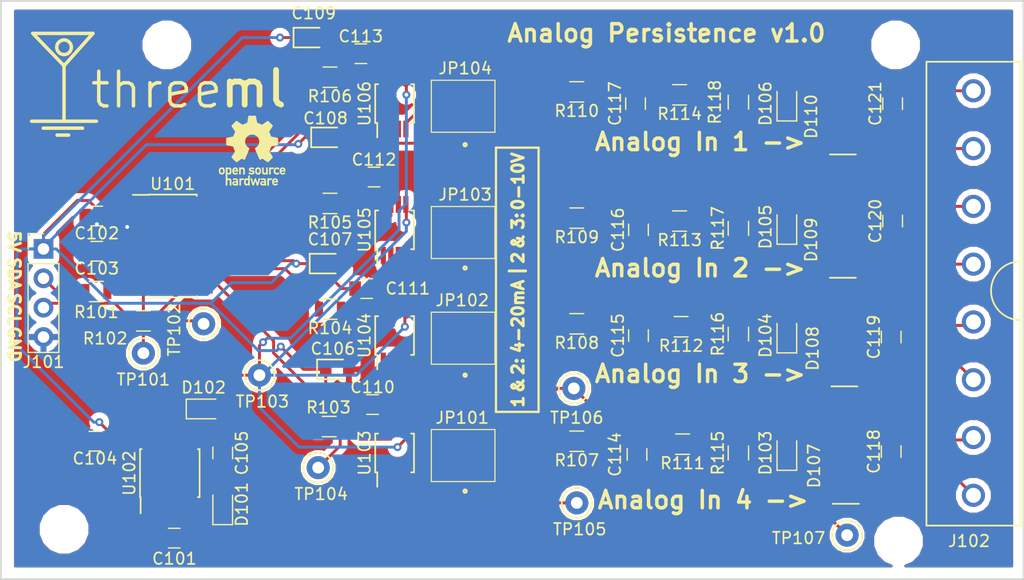
<source format=kicad_pcb>
(kicad_pcb (version 4) (host pcbnew 4.0.6)
  (layers (0 F.Cu signal) (31 B.Cu signal) (34 B.Paste user) (35 F.Paste user) (36 B.SilkS user) (37 F.SilkS user) (38 B.Mask user) (39 F.Mask user) (44 Edge.Cuts user))
  (net 0 "")
  (net 1 "Net-(C101-Pad1)")
  (net 2 "Net-(C101-Pad2)")
  (net 3 +5V)
  (net 4 GND)
  (net 5 -5V)
  (net 6 "Net-(C114-Pad1)")
  (net 7 /AIN1-)
  (net 8 "Net-(C115-Pad1)")
  (net 9 /AIN2-)
  (net 10 "Net-(C116-Pad1)")
  (net 11 /AIN3-)
  (net 12 "Net-(C117-Pad1)")
  (net 13 /AIN4-)
  (net 14 /AIN1+)
  (net 15 /AIN2+)
  (net 16 /AIN3+)
  (net 17 /AIN4+)
  (net 18 /SDA)
  (net 19 /SCL)
  (net 20 "Net-(JP101-Pad3)")
  (net 21 "Net-(JP101-Pad1)")
  (net 22 "Net-(JP102-Pad3)")
  (net 23 "Net-(JP102-Pad1)")
  (net 24 "Net-(JP103-Pad3)")
  (net 25 "Net-(JP103-Pad1)")
  (net 26 "Net-(JP104-Pad3)")
  (net 27 "Net-(JP104-Pad1)")
  (net 28 "Net-(R101-Pad1)")
  (net 29 "Net-(R102-Pad2)")
  (net 30 "Net-(R103-Pad1)")
  (net 31 /CH1+)
  (net 32 "Net-(R104-Pad1)")
  (net 33 /CH2+)
  (net 34 "Net-(R105-Pad1)")
  (net 35 /CH3+)
  (net 36 "Net-(R106-Pad1)")
  (net 37 /CH4+)
  (module Resistors_SMD:R_0805 (layer F.Cu) (at 116.586 105.664)
    (fp_text reference R102 (at -3.302 1.524) (layer F.SilkS))
    (fp_text value 0)
    (pad 1 smd rect (at -0.95 0) (size 0.7 1.3) (layers F.Cu F.Paste F.Mask) (net 19 /SCL))
    (pad 2 smd rect (at 0.95 0) (size 0.7 1.3) (layers F.Cu F.Paste F.Mask) (net 29 "Net-(R102-Pad2)"))
  )
  (module Housings_SOIC:SOIC-14_3.9x8.7mm_Pitch1.27mm (layer F.Cu) (at 119.126 99.187)
    (fp_text reference U101 (at 0 -5.375) (layer F.SilkS))
    (fp_text value MCP3424)
    (pad 1 smd rect (at -2.7 -3.81) (size 1.5 0.6) (layers F.Cu F.Paste F.Mask) (net 31 /CH1+))
    (pad 2 smd rect (at -2.7 -2.54) (size 1.5 0.6) (layers F.Cu F.Paste F.Mask) (net 4 GND))
    (pad 3 smd rect (at -2.7 -1.27) (size 1.5 0.6) (layers F.Cu F.Paste F.Mask) (net 33 /CH2+))
    (pad 4 smd rect (at -2.7 0) (size 1.5 0.6) (layers F.Cu F.Paste F.Mask) (net 4 GND))
    (pad 5 smd rect (at -2.7 1.27) (size 1.5 0.6) (layers F.Cu F.Paste F.Mask) (net 4 GND))
    (pad 6 smd rect (at -2.7 2.54) (size 1.5 0.6) (layers F.Cu F.Paste F.Mask) (net 3 +5V))
    (pad 7 smd rect (at -2.7 3.81) (size 1.5 0.6) (layers F.Cu F.Paste F.Mask) (net 28 "Net-(R101-Pad1)"))
    (pad 8 smd rect (at 2.7 3.81) (size 1.5 0.6) (layers F.Cu F.Paste F.Mask) (net 29 "Net-(R102-Pad2)"))
    (pad 9 smd rect (at 2.7 2.54) (size 1.5 0.6) (layers F.Cu F.Paste F.Mask) (net 4 GND))
    (pad 10 smd rect (at 2.7 1.27) (size 1.5 0.6) (layers F.Cu F.Paste F.Mask) (net 3 +5V))
    (pad 11 smd rect (at 2.7 0) (size 1.5 0.6) (layers F.Cu F.Paste F.Mask) (net 35 /CH3+))
    (pad 12 smd rect (at 2.7 -1.27) (size 1.5 0.6) (layers F.Cu F.Paste F.Mask) (net 4 GND))
    (pad 13 smd rect (at 2.7 -2.54) (size 1.5 0.6) (layers F.Cu F.Paste F.Mask) (net 37 /CH4+))
    (pad 14 smd rect (at 2.7 -3.81) (size 1.5 0.6) (layers F.Cu F.Paste F.Mask) (net 4 GND))
  )
  (module Capacitors_SMD:C_0805 (layer F.Cu) (at 119.253 124.46)
    (fp_text reference C101 (at 0.016 1.778) (layer F.SilkS))
    (fp_text value 10uF)
    (pad 1 smd rect (at -1 0) (size 1 1.25) (layers F.Cu F.Paste F.Mask) (net 1 "Net-(C101-Pad1)"))
    (pad 2 smd rect (at 1 0) (size 1 1.25) (layers F.Cu F.Paste F.Mask) (net 2 "Net-(C101-Pad2)"))
  )
  (module Capacitors_SMD:C_0805 (layer F.Cu) (at 112.557692 96.59182 180)
    (fp_text reference C102 (at 0 -1.5 180) (layer F.SilkS))
    (fp_text value 10uF)
    (pad 1 smd rect (at -1 0 180) (size 1 1.25) (layers F.Cu F.Paste F.Mask) (net 3 +5V))
    (pad 2 smd rect (at 1 0 180) (size 1 1.25) (layers F.Cu F.Paste F.Mask) (net 4 GND))
  )
  (module Capacitors_SMD:C_0805 (layer F.Cu) (at 112.557692 99.63982 180)
    (fp_text reference C103 (at 0 -1.5 180) (layer F.SilkS))
    (fp_text value 0.1uF)
    (pad 1 smd rect (at -1 0 180) (size 1 1.25) (layers F.Cu F.Paste F.Mask) (net 3 +5V))
    (pad 2 smd rect (at 1 0 180) (size 1 1.25) (layers F.Cu F.Paste F.Mask) (net 4 GND))
  )
  (module Capacitors_SMD:C_0805 (layer F.Cu) (at 112.395 116.078 180)
    (fp_text reference C104 (at 0 -1.5 180) (layer F.SilkS))
    (fp_text value 0.1uF)
    (pad 1 smd rect (at -1 0 180) (size 1 1.25) (layers F.Cu F.Paste F.Mask) (net 3 +5V))
    (pad 2 smd rect (at 1 0 180) (size 1 1.25) (layers F.Cu F.Paste F.Mask) (net 4 GND))
  )
  (module Capacitors_SMD:C_0805 (layer F.Cu) (at 123.444 117.094 90)
    (fp_text reference C105 (at 0 1.651 90) (layer F.SilkS))
    (fp_text value 10uF)
    (pad 1 smd rect (at -1 0 90) (size 1 1.25) (layers F.Cu F.Paste F.Mask) (net 5 -5V))
    (pad 2 smd rect (at 1 0 90) (size 1 1.25) (layers F.Cu F.Paste F.Mask) (net 4 GND))
  )
  (module 3ML_Footprint_Library:C_0805_POL (layer F.Cu) (at 133.35 109.855)
    (fp_text reference C106 (at -0.381 -1.778) (layer F.SilkS))
    (fp_text value 10uF)
    (pad 1 smd rect (at -1 0) (size 1 1.25) (layers F.Cu F.Paste F.Mask) (net 3 +5V))
    (pad 2 smd rect (at 1 0) (size 1 1.25) (layers F.Cu F.Paste F.Mask) (net 4 GND))
  )
  (module 3ML_Footprint_Library:C_0805_POL (layer F.Cu) (at 132.715 100.711)
    (fp_text reference C107 (at 0 -2.1) (layer F.SilkS))
    (fp_text value 10uF)
    (pad 1 smd rect (at -1 0) (size 1 1.25) (layers F.Cu F.Paste F.Mask) (net 3 +5V))
    (pad 2 smd rect (at 1 0) (size 1 1.25) (layers F.Cu F.Paste F.Mask) (net 4 GND))
  )
  (module 3ML_Footprint_Library:C_0805_POL (layer F.Cu) (at 132.842 89.789)
    (fp_text reference C108 (at -0.508 -1.651) (layer F.SilkS))
    (fp_text value 10uF)
    (pad 1 smd rect (at -1 0) (size 1 1.25) (layers F.Cu F.Paste F.Mask) (net 3 +5V))
    (pad 2 smd rect (at 1 0) (size 1 1.25) (layers F.Cu F.Paste F.Mask) (net 4 GND))
  )
  (module 3ML_Footprint_Library:C_0805_POL (layer F.Cu) (at 131.318 81.153)
    (fp_text reference C109 (at 0 -2.1) (layer F.SilkS))
    (fp_text value 10uF)
    (pad 1 smd rect (at -1 0) (size 1 1.25) (layers F.Cu F.Paste F.Mask) (net 3 +5V))
    (pad 2 smd rect (at 1 0) (size 1 1.25) (layers F.Cu F.Paste F.Mask) (net 4 GND))
  )
  (module Capacitors_SMD:C_0805 (layer F.Cu) (at 136.398 112.903)
    (fp_text reference C110 (at 0 -1.5) (layer F.SilkS))
    (fp_text value 0.1uF)
    (pad 1 smd rect (at -1 0) (size 1 1.25) (layers F.Cu F.Paste F.Mask) (net 3 +5V))
    (pad 2 smd rect (at 1 0) (size 1 1.25) (layers F.Cu F.Paste F.Mask) (net 4 GND))
  )
  (module Capacitors_SMD:C_0805 (layer F.Cu) (at 135.89 102.87)
    (fp_text reference C111 (at 3.556 0) (layer F.SilkS))
    (fp_text value 0.1uF)
    (pad 1 smd rect (at -1 0) (size 1 1.25) (layers F.Cu F.Paste F.Mask) (net 3 +5V))
    (pad 2 smd rect (at 1 0) (size 1 1.25) (layers F.Cu F.Paste F.Mask) (net 4 GND))
  )
  (module Capacitors_SMD:C_0805 (layer F.Cu) (at 136.525 93.218)
    (fp_text reference C112 (at 0 -1.5) (layer F.SilkS))
    (fp_text value 0.1uF)
    (pad 1 smd rect (at -1 0) (size 1 1.25) (layers F.Cu F.Paste F.Mask) (net 3 +5V))
    (pad 2 smd rect (at 1 0) (size 1 1.25) (layers F.Cu F.Paste F.Mask) (net 4 GND))
  )
  (module Capacitors_SMD:C_0805 (layer F.Cu) (at 135.382 82.55)
    (fp_text reference C113 (at 0 -1.5) (layer F.SilkS))
    (fp_text value 0.1uF)
    (pad 1 smd rect (at -1 0) (size 1 1.25) (layers F.Cu F.Paste F.Mask) (net 3 +5V))
    (pad 2 smd rect (at 1 0) (size 1 1.25) (layers F.Cu F.Paste F.Mask) (net 4 GND))
  )
  (module Capacitors_SMD:C_0805 (layer F.Cu) (at 159.258 117.221 270)
    (fp_text reference C114 (at 0 1.905 270) (layer F.SilkS))
    (fp_text value 0.1uF)
    (pad 1 smd rect (at -1 0 270) (size 1 1.25) (layers F.Cu F.Paste F.Mask) (net 6 "Net-(C114-Pad1)"))
    (pad 2 smd rect (at 1 0 270) (size 1 1.25) (layers F.Cu F.Paste F.Mask) (net 7 /AIN1-))
  )
  (module Capacitors_SMD:C_0805 (layer F.Cu) (at 159.385 106.934 270)
    (fp_text reference C115 (at 0 1.778 270) (layer F.SilkS))
    (fp_text value 0.1uF)
    (pad 1 smd rect (at -1 0 270) (size 1 1.25) (layers F.Cu F.Paste F.Mask) (net 8 "Net-(C115-Pad1)"))
    (pad 2 smd rect (at 1 0 270) (size 1 1.25) (layers F.Cu F.Paste F.Mask) (net 9 /AIN2-))
  )
  (module Capacitors_SMD:C_0805 (layer F.Cu) (at 159.385 97.79 270)
    (fp_text reference C116 (at 0 1.778 270) (layer F.SilkS))
    (fp_text value 0.1uF)
    (pad 1 smd rect (at -1 0 270) (size 1 1.25) (layers F.Cu F.Paste F.Mask) (net 10 "Net-(C116-Pad1)"))
    (pad 2 smd rect (at 1 0 270) (size 1 1.25) (layers F.Cu F.Paste F.Mask) (net 11 /AIN3-))
  )
  (module Capacitors_SMD:C_0805 (layer F.Cu) (at 159.131 86.868 270)
    (fp_text reference C117 (at 0 1.778 270) (layer F.SilkS))
    (fp_text value 0.1uF)
    (pad 1 smd rect (at -1 0 270) (size 1 1.25) (layers F.Cu F.Paste F.Mask) (net 12 "Net-(C117-Pad1)"))
    (pad 2 smd rect (at 1 0 270) (size 1 1.25) (layers F.Cu F.Paste F.Mask) (net 13 /AIN4-))
  )
  (module Capacitors_SMD:C_0805 (layer F.Cu) (at 181.229 116.967 90)
    (fp_text reference C118 (at 0 -1.5 90) (layer F.SilkS))
    (fp_text value "1nF HV")
    (pad 1 smd rect (at -1 0 90) (size 1 1.25) (layers F.Cu F.Paste F.Mask) (net 14 /AIN1+))
    (pad 2 smd rect (at 1 0 90) (size 1 1.25) (layers F.Cu F.Paste F.Mask) (net 7 /AIN1-))
  )
  (module Capacitors_SMD:C_0805 (layer F.Cu) (at 181.229 107.061 90)
    (fp_text reference C119 (at 0 -1.5 90) (layer F.SilkS))
    (fp_text value "1nF HV")
    (pad 1 smd rect (at -1 0 90) (size 1 1.25) (layers F.Cu F.Paste F.Mask) (net 15 /AIN2+))
    (pad 2 smd rect (at 1 0 90) (size 1 1.25) (layers F.Cu F.Paste F.Mask) (net 9 /AIN2-))
  )
  (module Capacitors_SMD:C_0805 (layer F.Cu) (at 181.356 97.028 90)
    (fp_text reference C120 (at 0 -1.5 90) (layer F.SilkS))
    (fp_text value "1nF HV")
    (pad 1 smd rect (at -1 0 90) (size 1 1.25) (layers F.Cu F.Paste F.Mask) (net 16 /AIN3+))
    (pad 2 smd rect (at 1 0 90) (size 1 1.25) (layers F.Cu F.Paste F.Mask) (net 11 /AIN3-))
  )
  (module Capacitors_SMD:C_0805 (layer F.Cu) (at 181.356 86.868 90)
    (fp_text reference C121 (at 0 -1.5 90) (layer F.SilkS))
    (fp_text value "1nF HV")
    (pad 1 smd rect (at -1 0 90) (size 1 1.25) (layers F.Cu F.Paste F.Mask) (net 17 /AIN4+))
    (pad 2 smd rect (at 1 0 90) (size 1 1.25) (layers F.Cu F.Paste F.Mask) (net 13 /AIN4-))
  )
  (module Diodes_SMD:D_SOD-323 (layer F.Cu) (at 123.444 121.793 90)
    (fp_text reference D101 (at 0.254 1.651 90) (layer F.SilkS))
    (fp_text value D_Schottky_Small_ALT)
    (pad 1 smd rect (at -1.05 0 90) (size 0.6 0.45) (layers F.Cu F.Paste F.Mask) (net 2 "Net-(C101-Pad2)"))
    (pad 2 smd rect (at 1.05 0 90) (size 0.6 0.45) (layers F.Cu F.Paste F.Mask) (net 5 -5V))
  )
  (module Diodes_SMD:D_SOD-323 (layer F.Cu) (at 121.793 113.284)
    (fp_text reference D102 (at 0 -1.85) (layer F.SilkS))
    (fp_text value D_Schottky_Small_ALT)
    (pad 1 smd rect (at -1.05 0) (size 0.6 0.45) (layers F.Cu F.Paste F.Mask) (net 5 -5V))
    (pad 2 smd rect (at 1.05 0) (size 0.6 0.45) (layers F.Cu F.Paste F.Mask) (net 4 GND))
  )
  (module Diodes_SMD:D_SOD-323 (layer F.Cu) (at 172.212 117.094 90)
    (fp_text reference D103 (at 0 -1.85 90) (layer F.SilkS))
    (fp_text value D_Schottky_Small_ALT)
    (pad 1 smd rect (at -1.05 0 90) (size 0.6 0.45) (layers F.Cu F.Paste F.Mask) (net 14 /AIN1+))
    (pad 2 smd rect (at 1.05 0 90) (size 0.6 0.45) (layers F.Cu F.Paste F.Mask) (net 7 /AIN1-))
  )
  (module Diodes_SMD:D_SOD-323 (layer F.Cu) (at 172.212 106.934 90)
    (fp_text reference D104 (at 0 -1.85 90) (layer F.SilkS))
    (fp_text value D_Schottky_Small_ALT)
    (pad 1 smd rect (at -1.05 0 90) (size 0.6 0.45) (layers F.Cu F.Paste F.Mask) (net 15 /AIN2+))
    (pad 2 smd rect (at 1.05 0 90) (size 0.6 0.45) (layers F.Cu F.Paste F.Mask) (net 9 /AIN2-))
  )
  (module Diodes_SMD:D_SOD-323 (layer F.Cu) (at 172.212 97.536 90)
    (fp_text reference D105 (at 0 -1.85 90) (layer F.SilkS))
    (fp_text value D_Schottky_Small_ALT)
    (pad 1 smd rect (at -1.05 0 90) (size 0.6 0.45) (layers F.Cu F.Paste F.Mask) (net 16 /AIN3+))
    (pad 2 smd rect (at 1.05 0 90) (size 0.6 0.45) (layers F.Cu F.Paste F.Mask) (net 11 /AIN3-))
  )
  (module Diodes_SMD:D_SOD-323 (layer F.Cu) (at 172.212 86.868 90)
    (fp_text reference D106 (at 0 -1.85 90) (layer F.SilkS))
    (fp_text value D_Schottky_Small_ALT)
    (pad 1 smd rect (at -1.05 0 90) (size 0.6 0.45) (layers F.Cu F.Paste F.Mask) (net 17 /AIN4+))
    (pad 2 smd rect (at 1.05 0 90) (size 0.6 0.45) (layers F.Cu F.Paste F.Mask) (net 13 /AIN4-))
  )
  (module 3ML_Footprint_Library:DO-214AA_Hand_Soldering (layer F.Cu) (at 177.292 120.142 90)
    (fp_text reference D107 (at 1.93 -2.73 90) (layer F.SilkS))
    (fp_text value SMBJ20CA)
    (pad 2 smd rect (at 4.064 0 90) (size 1.778 2.159) (layers F.Cu F.Paste F.Mask) (net 7 /AIN1-))
    (pad 1 smd rect (at 0 0 90) (size 1.778 2.159) (layers F.Cu F.Paste F.Mask) (net 14 /AIN1+))
  )
  (module 3ML_Footprint_Library:DO-214AA_Hand_Soldering (layer F.Cu) (at 177.165 109.982 90)
    (fp_text reference D108 (at 1.93 -2.73 90) (layer F.SilkS))
    (fp_text value SMBJ20CA)
    (pad 2 smd rect (at 4.064 0 90) (size 1.778 2.159) (layers F.Cu F.Paste F.Mask) (net 9 /AIN2-))
    (pad 1 smd rect (at 0 0 90) (size 1.778 2.159) (layers F.Cu F.Paste F.Mask) (net 15 /AIN2+))
  )
  (module 3ML_Footprint_Library:DO-214AA_Hand_Soldering (layer F.Cu) (at 177.038 100.584 90)
    (fp_text reference D109 (at 1.93 -2.73 90) (layer F.SilkS))
    (fp_text value SMBJ20CA)
    (pad 2 smd rect (at 4.064 0 90) (size 1.778 2.159) (layers F.Cu F.Paste F.Mask) (net 11 /AIN3-))
    (pad 1 smd rect (at 0 0 90) (size 1.778 2.159) (layers F.Cu F.Paste F.Mask) (net 16 /AIN3+))
  )
  (module 3ML_Footprint_Library:DO-214AA_Hand_Soldering (layer F.Cu) (at 177.038 89.916 90)
    (fp_text reference D110 (at 1.93 -2.73 90) (layer F.SilkS))
    (fp_text value SMBJ20CA)
    (pad 2 smd rect (at 4.064 0 90) (size 1.778 2.159) (layers F.Cu F.Paste F.Mask) (net 13 /AIN4-))
    (pad 1 smd rect (at 0 0 90) (size 1.778 2.159) (layers F.Cu F.Paste F.Mask) (net 17 /AIN4+))
  )
  (module Pin_Headers:Pin_Header_Straight_1x04_Pitch2.54mm (layer F.Cu) (at 107.95 99.441)
    (fp_text reference J101 (at 0 9.779) (layer F.SilkS))
    (fp_text value CONN_01X04)
    (pad 1 thru_hole rect (at 0 0) (size 1.7 1.7) (drill 1) (layers *.Cu *.Mask) (net 3 +5V))
    (pad 2 thru_hole oval (at 0 2.54) (size 1.7 1.7) (drill 1) (layers *.Cu *.Mask) (net 18 /SDA))
    (pad 3 thru_hole oval (at 0 5.08) (size 1.7 1.7) (drill 1) (layers *.Cu *.Mask) (net 19 /SCL))
    (pad 4 thru_hole oval (at 0 7.62) (size 1.7 1.7) (drill 1) (layers *.Cu *.Mask) (net 4 GND))
  )
  (module 3ML_Footprint_Library:GRPB031VWTC-RC_3pos_Header (layer F.Cu) (at 144.653 117.343 270)
    (fp_text reference JP101 (at -3.297 0.508 360) (layer F.SilkS))
    (fp_text value "INPUT SELECT" hide)
    (pad 3 smd rect (at -1.275 -1.075 270) (size 0.71 1.7) (layers F.Cu F.Paste F.Mask) (net 20 "Net-(JP101-Pad3)"))
    (pad 1 smd rect (at 1.275 -1.075 270) (size 0.71 1.7) (layers F.Cu F.Paste F.Mask) (net 21 "Net-(JP101-Pad1)"))
    (pad 2 smd rect (at 0 1.75 270) (size 0.71 1.7) (layers F.Cu F.Paste F.Mask) (net 7 /AIN1-))
  )
  (module 3ML_Footprint_Library:GRPB031VWTC-RC_3pos_Header (layer F.Cu) (at 144.653 107.188 270)
    (fp_text reference JP102 (at -3.302 0.508 360) (layer F.SilkS))
    (fp_text value "INPUT SELECT" hide)
    (pad 3 smd rect (at -1.275 -1.075 270) (size 0.71 1.7) (layers F.Cu F.Paste F.Mask) (net 22 "Net-(JP102-Pad3)"))
    (pad 1 smd rect (at 1.275 -1.075 270) (size 0.71 1.7) (layers F.Cu F.Paste F.Mask) (net 23 "Net-(JP102-Pad1)"))
    (pad 2 smd rect (at 0 1.75 270) (size 0.71 1.7) (layers F.Cu F.Paste F.Mask) (net 9 /AIN2-))
  )
  (module 3ML_Footprint_Library:GRPB031VWTC-RC_3pos_Header (layer F.Cu) (at 144.653 98.044 270)
    (fp_text reference JP103 (at -3.302 0.254 360) (layer F.SilkS))
    (fp_text value "INPUT SELECT" hide)
    (pad 3 smd rect (at -1.275 -1.075 270) (size 0.71 1.7) (layers F.Cu F.Paste F.Mask) (net 24 "Net-(JP103-Pad3)"))
    (pad 1 smd rect (at 1.275 -1.075 270) (size 0.71 1.7) (layers F.Cu F.Paste F.Mask) (net 25 "Net-(JP103-Pad1)"))
    (pad 2 smd rect (at 0 1.75 270) (size 0.71 1.7) (layers F.Cu F.Paste F.Mask) (net 11 /AIN3-))
  )
  (module 3ML_Footprint_Library:GRPB031VWTC-RC_3pos_Header (layer F.Cu) (at 144.653 87.122 270)
    (fp_text reference JP104 (at -3.302 0.254 360) (layer F.SilkS))
    (fp_text value "INPUT SELECT" hide)
    (pad 3 smd rect (at -1.275 -1.075 270) (size 0.71 1.7) (layers F.Cu F.Paste F.Mask) (net 26 "Net-(JP104-Pad3)"))
    (pad 1 smd rect (at 1.275 -1.075 270) (size 0.71 1.7) (layers F.Cu F.Paste F.Mask) (net 27 "Net-(JP104-Pad1)"))
    (pad 2 smd rect (at 0 1.75 270) (size 0.71 1.7) (layers F.Cu F.Paste F.Mask) (net 13 /AIN4-))
  )
  (module Resistors_SMD:R_0805 (layer F.Cu) (at 112.522 103.124 180)
    (fp_text reference R101 (at 0 -1.778 180) (layer F.SilkS))
    (fp_text value 0)
    (pad 1 smd rect (at -0.95 0 180) (size 0.7 1.3) (layers F.Cu F.Paste F.Mask) (net 28 "Net-(R101-Pad1)"))
    (pad 2 smd rect (at 0.95 0 180) (size 0.7 1.3) (layers F.Cu F.Paste F.Mask) (net 18 /SDA))
  )
  (module Resistors_SMD:R_0805 (layer F.Cu) (at 132.649 114.808 180)
    (fp_text reference R103 (at 0.061 1.651 180) (layer F.SilkS))
    (fp_text value 10K)
    (pad 1 smd rect (at -0.95 0 180) (size 0.7 1.3) (layers F.Cu F.Paste F.Mask) (net 30 "Net-(R103-Pad1)"))
    (pad 2 smd rect (at 0.95 0 180) (size 0.7 1.3) (layers F.Cu F.Paste F.Mask) (net 31 /CH1+))
  )
  (module Resistors_SMD:R_0805 (layer F.Cu) (at 132.715 104.648 180)
    (fp_text reference R104 (at 0 -1.65 180) (layer F.SilkS))
    (fp_text value 10K)
    (pad 1 smd rect (at -0.95 0 180) (size 0.7 1.3) (layers F.Cu F.Paste F.Mask) (net 32 "Net-(R104-Pad1)"))
    (pad 2 smd rect (at 0.95 0 180) (size 0.7 1.3) (layers F.Cu F.Paste F.Mask) (net 33 /CH2+))
  )
  (module Resistors_SMD:R_0805 (layer F.Cu) (at 132.715 95.504 180)
    (fp_text reference R105 (at 0 -1.65 180) (layer F.SilkS))
    (fp_text value 10K)
    (pad 1 smd rect (at -0.95 0 180) (size 0.7 1.3) (layers F.Cu F.Paste F.Mask) (net 34 "Net-(R105-Pad1)"))
    (pad 2 smd rect (at 0.95 0 180) (size 0.7 1.3) (layers F.Cu F.Paste F.Mask) (net 35 /CH3+))
  )
  (module Resistors_SMD:R_0805 (layer F.Cu) (at 132.715 84.582 180)
    (fp_text reference R106 (at 0 -1.65 180) (layer F.SilkS))
    (fp_text value 10K)
    (pad 1 smd rect (at -0.95 0 180) (size 0.7 1.3) (layers F.Cu F.Paste F.Mask) (net 36 "Net-(R106-Pad1)"))
    (pad 2 smd rect (at 0.95 0 180) (size 0.7 1.3) (layers F.Cu F.Paste F.Mask) (net 37 /CH4+))
  )
  (module Resistors_SMD:R_0805 (layer F.Cu) (at 154.051 116.078 180)
    (fp_text reference R107 (at 0 -1.65 180) (layer F.SilkS))
    (fp_text value 54.9)
    (pad 1 smd rect (at -0.95 0 180) (size 0.7 1.3) (layers F.Cu F.Paste F.Mask) (net 6 "Net-(C114-Pad1)"))
    (pad 2 smd rect (at 0.95 0 180) (size 0.7 1.3) (layers F.Cu F.Paste F.Mask) (net 20 "Net-(JP101-Pad3)"))
  )
  (module Resistors_SMD:R_0805 (layer F.Cu) (at 154.051 105.918 180)
    (fp_text reference R108 (at 0 -1.65 180) (layer F.SilkS))
    (fp_text value 54.9)
    (pad 1 smd rect (at -0.95 0 180) (size 0.7 1.3) (layers F.Cu F.Paste F.Mask) (net 8 "Net-(C115-Pad1)"))
    (pad 2 smd rect (at 0.95 0 180) (size 0.7 1.3) (layers F.Cu F.Paste F.Mask) (net 22 "Net-(JP102-Pad3)"))
  )
  (module Resistors_SMD:R_0805 (layer F.Cu) (at 154.051 96.774 180)
    (fp_text reference R109 (at 0 -1.65 180) (layer F.SilkS))
    (fp_text value 54.9)
    (pad 1 smd rect (at -0.95 0 180) (size 0.7 1.3) (layers F.Cu F.Paste F.Mask) (net 10 "Net-(C116-Pad1)"))
    (pad 2 smd rect (at 0.95 0 180) (size 0.7 1.3) (layers F.Cu F.Paste F.Mask) (net 24 "Net-(JP103-Pad3)"))
  )
  (module Resistors_SMD:R_0805 (layer F.Cu) (at 154.051 85.852 180)
    (fp_text reference R110 (at 0 -1.65 180) (layer F.SilkS))
    (fp_text value 54.9)
    (pad 1 smd rect (at -0.95 0 180) (size 0.7 1.3) (layers F.Cu F.Paste F.Mask) (net 12 "Net-(C117-Pad1)"))
    (pad 2 smd rect (at 0.95 0 180) (size 0.7 1.3) (layers F.Cu F.Paste F.Mask) (net 26 "Net-(JP104-Pad3)"))
  )
  (module Resistors_SMD:R_0805 (layer F.Cu) (at 163.195 116.332 180)
    (fp_text reference R111 (at 0 -1.65 180) (layer F.SilkS))
    (fp_text value 221K)
    (pad 1 smd rect (at -0.95 0 180) (size 0.7 1.3) (layers F.Cu F.Paste F.Mask) (net 14 /AIN1+))
    (pad 2 smd rect (at 0.95 0 180) (size 0.7 1.3) (layers F.Cu F.Paste F.Mask) (net 6 "Net-(C114-Pad1)"))
  )
  (module Resistors_SMD:R_0805 (layer F.Cu) (at 163.068 106.172 180)
    (fp_text reference R112 (at 0 -1.65 180) (layer F.SilkS))
    (fp_text value 221K)
    (pad 1 smd rect (at -0.95 0 180) (size 0.7 1.3) (layers F.Cu F.Paste F.Mask) (net 15 /AIN2+))
    (pad 2 smd rect (at 0.95 0 180) (size 0.7 1.3) (layers F.Cu F.Paste F.Mask) (net 8 "Net-(C115-Pad1)"))
  )
  (module Resistors_SMD:R_0805 (layer F.Cu) (at 162.941 97.028 180)
    (fp_text reference R113 (at 0 -1.65 180) (layer F.SilkS))
    (fp_text value 221K)
    (pad 1 smd rect (at -0.95 0 180) (size 0.7 1.3) (layers F.Cu F.Paste F.Mask) (net 16 /AIN3+))
    (pad 2 smd rect (at 0.95 0 180) (size 0.7 1.3) (layers F.Cu F.Paste F.Mask) (net 10 "Net-(C116-Pad1)"))
  )
  (module Resistors_SMD:R_0805 (layer F.Cu) (at 162.941 86.106 180)
    (fp_text reference R114 (at 0 -1.65 180) (layer F.SilkS))
    (fp_text value 221K)
    (pad 1 smd rect (at -0.95 0 180) (size 0.7 1.3) (layers F.Cu F.Paste F.Mask) (net 17 /AIN4+))
    (pad 2 smd rect (at 0.95 0 180) (size 0.7 1.3) (layers F.Cu F.Paste F.Mask) (net 12 "Net-(C117-Pad1)"))
  )
  (module Resistors_SMD:R_0805 (layer F.Cu) (at 168.021 117.094 270)
    (fp_text reference R115 (at 0 1.778 270) (layer F.SilkS))
    (fp_text value 100)
    (pad 1 smd rect (at -0.95 0 270) (size 0.7 1.3) (layers F.Cu F.Paste F.Mask) (net 14 /AIN1+))
    (pad 2 smd rect (at 0.95 0 270) (size 0.7 1.3) (layers F.Cu F.Paste F.Mask) (net 21 "Net-(JP101-Pad1)"))
  )
  (module Resistors_SMD:R_0805 (layer F.Cu) (at 168.021 106.807 270)
    (fp_text reference R116 (at 0 1.778 270) (layer F.SilkS))
    (fp_text value 100)
    (pad 1 smd rect (at -0.95 0 270) (size 0.7 1.3) (layers F.Cu F.Paste F.Mask) (net 15 /AIN2+))
    (pad 2 smd rect (at 0.95 0 270) (size 0.7 1.3) (layers F.Cu F.Paste F.Mask) (net 23 "Net-(JP102-Pad1)"))
  )
  (module Resistors_SMD:R_0805 (layer F.Cu) (at 168.021 97.663 270)
    (fp_text reference R117 (at 0 1.778 270) (layer F.SilkS))
    (fp_text value 100)
    (pad 1 smd rect (at -0.95 0 270) (size 0.7 1.3) (layers F.Cu F.Paste F.Mask) (net 16 /AIN3+))
    (pad 2 smd rect (at 0.95 0 270) (size 0.7 1.3) (layers F.Cu F.Paste F.Mask) (net 25 "Net-(JP103-Pad1)"))
  )
  (module Resistors_SMD:R_0805 (layer F.Cu) (at 168.021 86.741 270)
    (fp_text reference R118 (at 0 2.032 270) (layer F.SilkS))
    (fp_text value 100)
    (pad 1 smd rect (at -0.95 0 270) (size 0.7 1.3) (layers F.Cu F.Paste F.Mask) (net 17 /AIN4+))
    (pad 2 smd rect (at 0.95 0 270) (size 0.7 1.3) (layers F.Cu F.Paste F.Mask) (net 27 "Net-(JP104-Pad1)"))
  )
  (module 3ML_Footprint_Library:Keystone_5000_Test_Point_Mini (layer F.Cu) (at 116.586 108.458 270)
    (fp_text reference TP101 (at 2.286 0 360) (layer F.SilkS))
    (fp_text value "TEST SDA" hide)
    (pad 1 thru_hole circle (at 0 0 270) (size 2 2) (drill 1.02) (layers *.Cu *.Mask) (net 28 "Net-(R101-Pad1)"))
  )
  (module 3ML_Footprint_Library:Keystone_5000_Test_Point_Mini (layer F.Cu) (at 121.793 105.918 270)
    (fp_text reference TP102 (at 0.508 2.54 270) (layer F.SilkS))
    (fp_text value "TEST SDL" hide)
    (pad 1 thru_hole circle (at 0 0 270) (size 2 2) (drill 1.02) (layers *.Cu *.Mask) (net 29 "Net-(R102-Pad2)"))
  )
  (module 3ML_Footprint_Library:Keystone_5000_Test_Point_Mini (layer F.Cu) (at 126.619 110.363)
    (fp_text reference TP103 (at 0.254 2.286) (layer F.SilkS))
    (fp_text value "TEST -5V" hide)
    (pad 1 thru_hole circle (at 0 0) (size 2 2) (drill 1.02) (layers *.Cu *.Mask) (net 5 -5V))
  )
  (module Housings_SOIC:SOIC-8_3.9x4.9mm_Pitch1.27mm (layer F.Cu) (at 118.872 118.839 90)
    (fp_text reference U102 (at 0 -3.5 90) (layer F.SilkS))
    (fp_text value ICL7660S,A)
    (pad 1 smd rect (at -2.7 -1.905 90) (size 1.55 0.6) (layers F.Cu F.Paste F.Mask))
    (pad 2 smd rect (at -2.7 -0.635 90) (size 1.55 0.6) (layers F.Cu F.Paste F.Mask) (net 1 "Net-(C101-Pad1)"))
    (pad 3 smd rect (at -2.7 0.635 90) (size 1.55 0.6) (layers F.Cu F.Paste F.Mask) (net 4 GND))
    (pad 4 smd rect (at -2.7 1.905 90) (size 1.55 0.6) (layers F.Cu F.Paste F.Mask) (net 2 "Net-(C101-Pad2)"))
    (pad 5 smd rect (at 2.7 1.905 90) (size 1.55 0.6) (layers F.Cu F.Paste F.Mask) (net 5 -5V))
    (pad 6 smd rect (at 2.7 0.635 90) (size 1.55 0.6) (layers F.Cu F.Paste F.Mask))
    (pad 7 smd rect (at 2.7 -0.635 90) (size 1.55 0.6) (layers F.Cu F.Paste F.Mask))
    (pad 8 smd rect (at 2.7 -1.905 90) (size 1.55 0.6) (layers F.Cu F.Paste F.Mask) (net 3 +5V))
  )
  (module Housings_SSOP:MSOP-8_3x3mm_Pitch0.65mm (layer F.Cu) (at 138.303 117.094 90)
    (fp_text reference U103 (at 0 -2.6 90) (layer F.SilkS))
    (fp_text value AD8220)
    (pad 1 smd rect (at -2.2 -0.975 90) (size 1.45 0.45) (layers F.Cu F.Paste F.Mask) (net 7 /AIN1-))
    (pad 2 smd rect (at -2.2 -0.325 90) (size 1.45 0.45) (layers F.Cu F.Paste F.Mask))
    (pad 3 smd rect (at -2.2 0.325 90) (size 1.45 0.45) (layers F.Cu F.Paste F.Mask))
    (pad 4 smd rect (at -2.2 0.975 90) (size 1.45 0.45) (layers F.Cu F.Paste F.Mask) (net 6 "Net-(C114-Pad1)"))
    (pad 5 smd rect (at 2.2 0.975 90) (size 1.45 0.45) (layers F.Cu F.Paste F.Mask) (net 5 -5V))
    (pad 6 smd rect (at 2.2 0.325 90) (size 1.45 0.45) (layers F.Cu F.Paste F.Mask) (net 4 GND))
    (pad 7 smd rect (at 2.2 -0.325 90) (size 1.45 0.45) (layers F.Cu F.Paste F.Mask) (net 30 "Net-(R103-Pad1)"))
    (pad 8 smd rect (at 2.2 -0.975 90) (size 1.45 0.45) (layers F.Cu F.Paste F.Mask) (net 3 +5V))
  )
  (module Housings_SSOP:MSOP-8_3x3mm_Pitch0.65mm (layer F.Cu) (at 138.303 106.934 90)
    (fp_text reference U104 (at 0 -2.6 90) (layer F.SilkS))
    (fp_text value AD8220)
    (pad 1 smd rect (at -2.2 -0.975 90) (size 1.45 0.45) (layers F.Cu F.Paste F.Mask) (net 9 /AIN2-))
    (pad 2 smd rect (at -2.2 -0.325 90) (size 1.45 0.45) (layers F.Cu F.Paste F.Mask))
    (pad 3 smd rect (at -2.2 0.325 90) (size 1.45 0.45) (layers F.Cu F.Paste F.Mask))
    (pad 4 smd rect (at -2.2 0.975 90) (size 1.45 0.45) (layers F.Cu F.Paste F.Mask) (net 8 "Net-(C115-Pad1)"))
    (pad 5 smd rect (at 2.2 0.975 90) (size 1.45 0.45) (layers F.Cu F.Paste F.Mask) (net 5 -5V))
    (pad 6 smd rect (at 2.2 0.325 90) (size 1.45 0.45) (layers F.Cu F.Paste F.Mask) (net 4 GND))
    (pad 7 smd rect (at 2.2 -0.325 90) (size 1.45 0.45) (layers F.Cu F.Paste F.Mask) (net 32 "Net-(R104-Pad1)"))
    (pad 8 smd rect (at 2.2 -0.975 90) (size 1.45 0.45) (layers F.Cu F.Paste F.Mask) (net 3 +5V))
  )
  (module Housings_SSOP:MSOP-8_3x3mm_Pitch0.65mm (layer F.Cu) (at 138.303 97.79 90)
    (fp_text reference U105 (at 0 -2.6 90) (layer F.SilkS))
    (fp_text value AD8220)
    (pad 1 smd rect (at -2.2 -0.975 90) (size 1.45 0.45) (layers F.Cu F.Paste F.Mask) (net 11 /AIN3-))
    (pad 2 smd rect (at -2.2 -0.325 90) (size 1.45 0.45) (layers F.Cu F.Paste F.Mask))
    (pad 3 smd rect (at -2.2 0.325 90) (size 1.45 0.45) (layers F.Cu F.Paste F.Mask))
    (pad 4 smd rect (at -2.2 0.975 90) (size 1.45 0.45) (layers F.Cu F.Paste F.Mask) (net 10 "Net-(C116-Pad1)"))
    (pad 5 smd rect (at 2.2 0.975 90) (size 1.45 0.45) (layers F.Cu F.Paste F.Mask) (net 5 -5V))
    (pad 6 smd rect (at 2.2 0.325 90) (size 1.45 0.45) (layers F.Cu F.Paste F.Mask) (net 4 GND))
    (pad 7 smd rect (at 2.2 -0.325 90) (size 1.45 0.45) (layers F.Cu F.Paste F.Mask) (net 34 "Net-(R105-Pad1)"))
    (pad 8 smd rect (at 2.2 -0.975 90) (size 1.45 0.45) (layers F.Cu F.Paste F.Mask) (net 3 +5V))
  )
  (module Housings_SSOP:MSOP-8_3x3mm_Pitch0.65mm (layer F.Cu) (at 138.303 86.868 90)
    (fp_text reference U106 (at 0 -2.6 90) (layer F.SilkS))
    (fp_text value AD8220)
    (pad 1 smd rect (at -2.2 -0.975 90) (size 1.45 0.45) (layers F.Cu F.Paste F.Mask) (net 13 /AIN4-))
    (pad 2 smd rect (at -2.2 -0.325 90) (size 1.45 0.45) (layers F.Cu F.Paste F.Mask))
    (pad 3 smd rect (at -2.2 0.325 90) (size 1.45 0.45) (layers F.Cu F.Paste F.Mask))
    (pad 4 smd rect (at -2.2 0.975 90) (size 1.45 0.45) (layers F.Cu F.Paste F.Mask) (net 12 "Net-(C117-Pad1)"))
    (pad 5 smd rect (at 2.2 0.975 90) (size 1.45 0.45) (layers F.Cu F.Paste F.Mask) (net 5 -5V))
    (pad 6 smd rect (at 2.2 0.325 90) (size 1.45 0.45) (layers F.Cu F.Paste F.Mask) (net 4 GND))
    (pad 7 smd rect (at 2.2 -0.325 90) (size 1.45 0.45) (layers F.Cu F.Paste F.Mask) (net 36 "Net-(R106-Pad1)"))
    (pad 8 smd rect (at 2.2 -0.975 90) (size 1.45 0.45) (layers F.Cu F.Paste F.Mask) (net 3 +5V))
  )
  (module 3ML_Footprint_Library:Keystone_5000_Test_Point_Mini (layer F.Cu) (at 131.699 118.364)
    (fp_text reference TP104 (at 0.254 2.286) (layer F.SilkS))
    (fp_text value "TEST VOUT1" hide)
    (pad 1 thru_hole circle (at 0 0) (size 2 2) (drill 1.02) (layers *.Cu *.Mask) (net 30 "Net-(R103-Pad1)"))
  )
  (module 3ML_Footprint_Library:Keystone_5000_Test_Point_Mini (layer F.Cu) (at 154.051 121.412)
    (fp_text reference TP105 (at 0.254 2.286) (layer F.SilkS))
    (fp_text value "TEST IN-" hide)
    (pad 1 thru_hole circle (at 0 0) (size 2 2) (drill 1.02) (layers *.Cu *.Mask) (net 7 /AIN1-))
  )
  (module 3ML_Footprint_Library:Keystone_5000_Test_Point_Mini (layer F.Cu) (at 153.797 111.506)
    (fp_text reference TP106 (at 0.254 2.54) (layer F.SilkS))
    (fp_text value "TEST IN+" hide)
    (pad 1 thru_hole circle (at 0 0) (size 2 2) (drill 1.02) (layers *.Cu *.Mask) (net 6 "Net-(C114-Pad1)"))
  )
  (module 3ML_Footprint_Library:Keystone_5000_Test_Point_Mini (layer F.Cu) (at 177.419 124.206)
    (fp_text reference TP107 (at -4.191 0.254) (layer F.SilkS))
    (fp_text value "TEST IN+ DIODES" hide)
    (pad 1 thru_hole circle (at 0 0) (size 2 2) (drill 1.02) (layers *.Cu *.Mask) (net 14 /AIN1+))
  )
  (module 3ML_Footprint_Library:1935226 (layer F.Cu) (at 188.341 115.758 90)
    (fp_text reference J102 (at -8.956 -0.381 180) (layer F.SilkS))
    (fp_text value CONN_01X08 hide)
    (pad 8 thru_hole circle (at 30 0 90) (size 2 2) (drill 1.3) (layers *.Cu *.Mask) (net 13 /AIN4-))
    (pad 7 thru_hole circle (at 25 0 90) (size 2 2) (drill 1.3) (layers *.Cu *.Mask) (net 17 /AIN4+))
    (pad 6 thru_hole circle (at 20 0 90) (size 2 2) (drill 1.3) (layers *.Cu *.Mask) (net 11 /AIN3-))
    (pad 5 thru_hole circle (at 15 0 90) (size 2 2) (drill 1.3) (layers *.Cu *.Mask F.Paste) (net 16 /AIN3+))
    (pad 2 thru_hole circle (at 0 0 90) (size 2 2) (drill 1.3) (layers *.Cu *.Mask) (net 7 /AIN1-))
    (pad 1 thru_hole circle (at -5 0 90) (size 2 2) (drill 1.3) (layers *.Cu *.Mask) (net 14 /AIN1+))
    (pad 3 thru_hole circle (at 5 0 90) (size 2 2) (drill 1.3) (layers *.Cu *.Mask) (net 15 /AIN2+))
    (pad 4 thru_hole circle (at 10 0 90) (size 2 2) (drill 1.3) (layers *.Cu *.Mask) (net 9 /AIN2-))
  )
  (module 3ML_Footprint_Library:3ML_LOGO (layer F.Cu) (at 109.728 88.392)
    (fp_text reference LG101 hide)
    (fp_text value 3ML_LOGO hide)
    (fp_text user ml (at 16.4 -2.8) (layer F.SilkS) (effects (font (size 3 3) (thickness 0.5))))
    (fp_text user three (at 8 -2.7) (layer F.SilkS) (effects (font (size 3 3) (thickness 0.3))))
  )
  (module Mounting_Holes:MountingHole_3.2mm_M3_DIN965 (layer F.Cu) (at 109.728 123.698)
    (fp_text reference ACC101 hide)
    (fp_text value ACC_?)
    (pad 1 np_thru_hole circle (at 0 0) (size 3.2 3.2) (drill 3.2) (layers *.Cu *.Mask))
  )
  (module Symbols:OSHW-Logo_5.7x6mm_SilkScreen (layer F.Cu) (at 125.984 90.932)
    (fp_text reference ACC102 hide)
    (fp_text value ACC_? hide)
  )
  (module Mounting_Holes:MountingHole_3.2mm_M3_DIN965 (layer F.Cu) (at 181.61 81.788)
    (fp_text reference ACC103 hide)
    (fp_text value ACC_?)
    (pad 1 np_thru_hole circle (at 0 0) (size 3.2 3.2) (drill 3.2) (layers *.Cu *.Mask))
  )
  (module Mounting_Holes:MountingHole_3.2mm_M3_DIN965 (layer F.Cu) (at 181.864 124.714)
    (fp_text reference ACC104 hide)
    (fp_text value ACC_?)
    (pad 1 np_thru_hole circle (at 0 0) (size 3.2 3.2) (drill 3.2) (layers *.Cu *.Mask))
  )
  (module Mounting_Holes:MountingHole_3.2mm_M3_DIN965 (layer F.Cu) (at 118.618 81.788)
    (fp_text reference ACC105 hide)
    (fp_text value ACC_?)
    (pad 1 np_thru_hole circle (at 0 0) (size 3.2 3.2) (drill 3.2) (layers *.Cu *.Mask))
  )
  (gr_text GND (at 105.41 107.696 270) (layer F.SilkS) (effects (font (size 1 1) (thickness 0.25))))
  (gr_text SCL (at 105.41 104.648 270) (layer F.SilkS) (effects (font (size 1 1) (thickness 0.25))))
  (gr_text SDA (at 105.41 101.6 270) (layer F.SilkS) (effects (font (size 1 1) (thickness 0.25))))
  (gr_text 5V (at 105.41 98.806 270) (layer F.SilkS) (effects (font (size 1 1) (thickness 0.25))))
  (gr_text "Analog Persistence v1.0" (at 161.798 80.772) (layer F.SilkS) (effects (font (size 1.5 1.5) (thickness 0.3))))
  (gr_line (start 104.267 128.016) (end 192.659 128.016) (layer Edge.Cuts) (width 0.15))
  (gr_line (start 192.659 77.978) (end 104.267 77.978) (layer Edge.Cuts) (width 0.15))
  (gr_text 0-10V (at 148.971 93.599 90) (layer F.SilkS) (effects (font (size 1 1) (thickness 0.25))))
  (gr_text 3: (at 148.971 97.028 90) (layer F.SilkS) (effects (font (size 1 1) (thickness 0.25))))
  (gr_text & (at 148.971 98.806 90) (layer F.SilkS) (effects (font (size 1 1) (thickness 0.25))))
  (gr_text "2\n" (at 148.971 100.203 90) (layer F.SilkS) (effects (font (size 1 1) (thickness 0.25))))
  (gr_text | (at 148.844 101.346 90) (layer F.SilkS) (effects (font (size 1 1) (thickness 0.25))))
  (gr_text 4-20mA (at 148.971 105.283 90) (layer F.SilkS) (effects (font (size 1 1) (thickness 0.25))))
  (gr_circle (center 144.399 90.424) (end 144.526 90.424) (layer F.SilkS) (width 0.2))
  (gr_circle (center 144.399 101.092) (end 144.526 101.092) (layer F.SilkS) (width 0.2))
  (gr_circle (center 144.399 120.396) (end 144.526 120.396) (layer F.SilkS) (width 0.2))
  (gr_circle (center 144.399 110.363) (end 144.526 110.363) (layer F.SilkS) (width 0.2))
  (gr_text 2: (at 148.971 109.601 90) (layer F.SilkS) (effects (font (size 1 1) (thickness 0.25))))
  (gr_text & (at 148.971 111.252 90) (layer F.SilkS) (effects (font (size 1 1) (thickness 0.25))))
  (gr_text 1 (at 148.971 112.649 90) (layer F.SilkS) (effects (font (size 1 1) (thickness 0.25))))
  (gr_line (start 147.066 90.678) (end 150.749 90.678) (layer F.SilkS) (width 0.2))
  (gr_line (start 147.066 113.538) (end 150.749 113.538) (layer F.SilkS) (width 0.2))
  (gr_line (start 147.066 90.678) (end 147.066 113.538) (layer F.SilkS) (width 0.2))
  (gr_line (start 150.749 113.538) (end 150.749 90.678) (layer F.SilkS) (width 0.2))
  (gr_text "Analog In 4 ->" (at 164.973 121.158) (layer F.SilkS) (effects (font (size 1.5 1.5) (thickness 0.3))))
  (gr_text "Analog In 3 ->" (at 164.719 110.236) (layer F.SilkS) (effects (font (size 1.5 1.5) (thickness 0.3))))
  (gr_text "Analog In 2 ->" (at 164.719 101.092) (layer F.SilkS) (effects (font (size 1.5 1.5) (thickness 0.3))))
  (gr_text "Analog In 1 ->" (at 164.719 90.17) (layer F.SilkS) (effects (font (size 1.5 1.5) (thickness 0.3))))
  (gr_line (start 104.267 77.978) (end 104.267 128.016) (layer Edge.Cuts) (width 0.15))
  (gr_line (start 192.659 77.978) (end 192.659 128.016) (layer Edge.Cuts) (width 0.15))
  (segment (start 118.253 124.46) (end 118.253 121.555) (width 0.254) (layer F.Cu) (net 1))
  (segment (start 118.253 121.555) (end 118.237 121.539) (width 0.254) (layer F.Cu) (net 1))
  (segment (start 123.444 122.843) (end 121.606 122.843) (width 0.254) (layer F.Cu) (net 2))
  (segment (start 121.606 122.843) (end 120.777 122.014) (width 0.254) (layer F.Cu) (net 2))
  (segment (start 120.777 122.014) (end 120.777 121.539) (width 0.254) (layer F.Cu) (net 2))
  (segment (start 120.253 124.46) (end 120.253 122.063) (width 0.254) (layer F.Cu) (net 2))
  (segment (start 120.253 122.063) (end 120.777 121.539) (width 0.254) (layer F.Cu) (net 2))
  (segment (start 132.35 109.855) (end 130.42901 109.855) (width 0.254) (layer F.Cu) (net 3))
  (segment (start 130.42901 109.855) (end 128.807864 108.233854) (width 0.254) (layer F.Cu) (net 3))
  (segment (start 128.464965 107.890955) (end 128.122066 108.233854) (width 0.254) (layer B.Cu) (net 3))
  (segment (start 126.521854 108.233854) (end 122.936 104.648) (width 0.254) (layer B.Cu) (net 3))
  (segment (start 122.936 104.648) (end 122.428 104.14) (width 0.254) (layer B.Cu) (net 3))
  (segment (start 128.122066 108.233854) (end 126.521854 108.233854) (width 0.254) (layer B.Cu) (net 3))
  (via (at 128.464965 107.890955) (size 0.6858) (drill 0.3302) (layers F.Cu B.Cu) (net 3))
  (segment (start 128.807864 108.233854) (end 128.464965 107.890955) (width 0.254) (layer F.Cu) (net 3))
  (segment (start 132.35 109.855) (end 132.35 111.268) (width 0.254) (layer F.Cu) (net 3))
  (segment (start 132.35 111.268) (end 133.985 112.903) (width 0.254) (layer F.Cu) (net 3))
  (segment (start 133.985 112.903) (end 135.398 112.903) (width 0.254) (layer F.Cu) (net 3))
  (segment (start 107.95 99.441) (end 109.054 99.441) (width 0.254) (layer B.Cu) (net 3))
  (segment (start 113.753 104.14) (end 122.428 104.14) (width 0.254) (layer B.Cu) (net 3))
  (segment (start 109.054 99.441) (end 113.753 104.14) (width 0.254) (layer B.Cu) (net 3))
  (segment (start 122.428 104.14) (end 124.206 102.362) (width 0.254) (layer B.Cu) (net 3))
  (segment (start 127.658067 102.362) (end 129.309067 100.711) (width 0.254) (layer B.Cu) (net 3))
  (segment (start 124.206 102.362) (end 127.658067 102.362) (width 0.254) (layer B.Cu) (net 3))
  (segment (start 129.309067 100.711) (end 129.794 100.711) (width 0.254) (layer B.Cu) (net 3))
  (segment (start 107.95 99.441) (end 107.95 99.314) (width 0.254) (layer B.Cu) (net 3))
  (segment (start 107.95 99.314) (end 116.84 90.424) (width 0.254) (layer B.Cu) (net 3))
  (segment (start 129.91208 90.424) (end 129.98004 90.35604) (width 0.254) (layer B.Cu) (net 3))
  (segment (start 116.84 90.424) (end 129.91208 90.424) (width 0.254) (layer B.Cu) (net 3))
  (segment (start 131.715 100.711) (end 131.715 100.836) (width 0.254) (layer F.Cu) (net 3))
  (segment (start 131.715 100.836) (end 133.749 102.87) (width 0.254) (layer F.Cu) (net 3))
  (segment (start 133.749 102.87) (end 134.136 102.87) (width 0.254) (layer F.Cu) (net 3))
  (segment (start 134.136 102.87) (end 134.89 102.87) (width 0.254) (layer F.Cu) (net 3))
  (segment (start 131.715 100.711) (end 131.715 100.586) (width 0.254) (layer F.Cu) (net 3))
  (segment (start 121.826 100.457) (end 129.54 100.457) (width 0.254) (layer F.Cu) (net 3))
  (segment (start 129.54 100.457) (end 129.794 100.711) (width 0.254) (layer F.Cu) (net 3))
  (segment (start 112.776 114.427) (end 112.291067 114.427) (width 0.254) (layer B.Cu) (net 3))
  (segment (start 112.291067 114.427) (end 105.664 107.799933) (width 0.254) (layer B.Cu) (net 3))
  (segment (start 105.664 107.799933) (end 105.664 99.822) (width 0.254) (layer B.Cu) (net 3))
  (segment (start 105.664 99.822) (end 106.045 99.441) (width 0.254) (layer B.Cu) (net 3))
  (segment (start 106.045 99.441) (end 107.95 99.441) (width 0.254) (layer B.Cu) (net 3))
  (segment (start 130.322939 90.013141) (end 129.98004 90.35604) (width 0.254) (layer F.Cu) (net 3))
  (segment (start 130.54708 89.789) (end 130.322939 90.013141) (width 0.254) (layer F.Cu) (net 3))
  (segment (start 131.842 89.789) (end 130.54708 89.789) (width 0.254) (layer F.Cu) (net 3))
  (via (at 129.98004 90.35604) (size 0.6858) (drill 0.3302) (layers F.Cu B.Cu) (net 3))
  (segment (start 107.95 99.441) (end 107.95 98.171) (width 0.254) (layer F.Cu) (net 3))
  (segment (start 113.538 96.697128) (end 113.557692 96.71682) (width 0.254) (layer F.Cu) (net 3))
  (segment (start 107.95 98.171) (end 110.871 95.25) (width 0.254) (layer F.Cu) (net 3))
  (segment (start 110.871 95.25) (end 111.843794 95.25) (width 0.254) (layer F.Cu) (net 3))
  (segment (start 111.843794 95.25) (end 113.113794 96.52) (width 0.254) (layer F.Cu) (net 3))
  (segment (start 113.113794 96.52) (end 113.538 96.52) (width 0.254) (layer F.Cu) (net 3))
  (segment (start 113.538 96.52) (end 113.538 96.697128) (width 0.254) (layer F.Cu) (net 3))
  (segment (start 113.557692 96.71682) (end 113.557692 96.59182) (width 0.254) (layer F.Cu) (net 3))
  (segment (start 107.95 99.441) (end 106.846 99.441) (width 0.254) (layer B.Cu) (net 3))
  (segment (start 113.395 116.078) (end 113.395 115.046) (width 0.254) (layer F.Cu) (net 3))
  (segment (start 113.395 115.046) (end 112.776 114.427) (width 0.254) (layer F.Cu) (net 3))
  (via (at 112.776 114.427) (size 0.6858) (drill 0.3302) (layers F.Cu B.Cu) (net 3))
  (segment (start 131.715 100.711) (end 129.794 100.711) (width 0.254) (layer F.Cu) (net 3))
  (via (at 129.794 100.711) (size 0.6858) (drill 0.3302) (layers F.Cu B.Cu) (net 3))
  (segment (start 128.397 81.153) (end 130.318 81.153) (width 0.254) (layer F.Cu) (net 3))
  (segment (start 107.95 99.441) (end 107.95 98.337) (width 0.254) (layer B.Cu) (net 3))
  (segment (start 107.95 98.337) (end 125.134 81.153) (width 0.254) (layer B.Cu) (net 3))
  (segment (start 125.134 81.153) (end 128.397 81.153) (width 0.254) (layer B.Cu) (net 3))
  (via (at 128.397 81.153) (size 0.6858) (drill 0.3302) (layers F.Cu B.Cu) (net 3))
  (segment (start 113.557692 99.63982) (end 113.557692 96.59182) (width 0.254) (layer F.Cu) (net 3))
  (segment (start 116.426 101.727) (end 115.519872 101.727) (width 0.254) (layer F.Cu) (net 3))
  (segment (start 115.519872 101.727) (end 113.557692 99.76482) (width 0.254) (layer F.Cu) (net 3))
  (segment (start 113.557692 99.76482) (end 113.557692 99.63982) (width 0.254) (layer F.Cu) (net 3))
  (segment (start 134.382 82.55) (end 131.59 82.55) (width 0.254) (layer F.Cu) (net 3))
  (segment (start 131.59 82.55) (end 130.318 81.278) (width 0.254) (layer F.Cu) (net 3))
  (segment (start 130.318 81.278) (end 130.318 81.153) (width 0.254) (layer F.Cu) (net 3))
  (segment (start 137.328 84.668) (end 136.375 84.668) (width 0.254) (layer F.Cu) (net 3))
  (segment (start 136.375 84.668) (end 134.382 82.675) (width 0.254) (layer F.Cu) (net 3))
  (segment (start 134.382 82.675) (end 134.382 82.55) (width 0.254) (layer F.Cu) (net 3))
  (segment (start 134.89 102.616) (end 134.89 103.495) (width 0.254) (layer F.Cu) (net 3))
  (segment (start 134.89 103.495) (end 136.129 104.734) (width 0.254) (layer F.Cu) (net 3))
  (segment (start 136.129 104.734) (end 136.849 104.734) (width 0.254) (layer F.Cu) (net 3))
  (segment (start 136.849 104.734) (end 137.328 104.734) (width 0.254) (layer F.Cu) (net 3))
  (segment (start 135.525 93.218) (end 135.525 93.343) (width 0.254) (layer F.Cu) (net 3))
  (segment (start 135.525 93.343) (end 137.328 95.146) (width 0.254) (layer F.Cu) (net 3))
  (segment (start 137.328 95.146) (end 137.328 95.59) (width 0.254) (layer F.Cu) (net 3))
  (segment (start 131.731 89.916) (end 131.731 90.795) (width 0.254) (layer F.Cu) (net 3))
  (segment (start 131.731 90.795) (end 134.154 93.218) (width 0.254) (layer F.Cu) (net 3))
  (segment (start 134.154 93.218) (end 134.771 93.218) (width 0.254) (layer F.Cu) (net 3))
  (segment (start 134.771 93.218) (end 135.525 93.218) (width 0.254) (layer F.Cu) (net 3))
  (segment (start 135.398 112.903) (end 135.398 113.028) (width 0.254) (layer F.Cu) (net 3))
  (segment (start 135.398 113.028) (end 137.264 114.894) (width 0.254) (layer F.Cu) (net 3))
  (segment (start 137.264 114.894) (end 137.328 114.894) (width 0.254) (layer F.Cu) (net 3))
  (segment (start 116.967 116.139) (end 113.456 116.139) (width 0.254) (layer F.Cu) (net 3))
  (segment (start 113.456 116.139) (end 113.395 116.078) (width 0.254) (layer F.Cu) (net 3))
  (segment (start 123.211 102.108) (end 123.698 102.108) (width 0.254) (layer F.Cu) (net 4))
  (segment (start 121.826 101.727) (end 122.83 101.727) (width 0.254) (layer F.Cu) (net 4))
  (segment (start 122.83 101.727) (end 123.211 102.108) (width 0.254) (layer F.Cu) (net 4))
  (segment (start 111.557692 96.59182) (end 111.865564 96.59182) (width 0.254) (layer F.Cu) (net 4))
  (segment (start 111.865564 96.59182) (end 112.568571 97.294827) (width 0.254) (layer F.Cu) (net 4))
  (via (at 112.568571 97.294827) (size 0.6858) (drill 0.3302) (layers F.Cu B.Cu) (net 4))
  (via (at 115.18741 97.535736) (size 0.6858) (drill 0.3302) (layers F.Cu B.Cu) (net 4))
  (segment (start 115.18741 98.39841) (end 115.18741 97.535736) (width 0.254) (layer F.Cu) (net 4))
  (segment (start 116.426 99.187) (end 115.976 99.187) (width 0.254) (layer F.Cu) (net 4))
  (segment (start 115.976 99.187) (end 115.18741 98.39841) (width 0.254) (layer F.Cu) (net 4))
  (segment (start 116.426 99.187) (end 116.426 100.457) (width 0.254) (layer F.Cu) (net 4))
  (segment (start 137.398 112.903) (end 138.152 112.903) (width 0.254) (layer F.Cu) (net 4))
  (segment (start 138.152 112.903) (end 138.628 113.379) (width 0.254) (layer F.Cu) (net 4))
  (segment (start 138.628 113.379) (end 138.628 114.752) (width 0.254) (layer F.Cu) (net 4))
  (segment (start 136.89 102.87) (end 137.743 102.87) (width 0.254) (layer F.Cu) (net 4))
  (segment (start 137.743 102.87) (end 138.628 103.755) (width 0.254) (layer F.Cu) (net 4))
  (segment (start 138.628 103.755) (end 138.628 104.734) (width 0.254) (layer F.Cu) (net 4))
  (segment (start 136.382 82.55) (end 137.489 82.55) (width 0.254) (layer F.Cu) (net 4))
  (segment (start 137.489 82.55) (end 138.628 83.689) (width 0.254) (layer F.Cu) (net 4))
  (segment (start 138.628 83.689) (end 138.628 84.668) (width 0.254) (layer F.Cu) (net 4))
  (segment (start 137.525 93.218) (end 137.525 93.343) (width 0.254) (layer F.Cu) (net 4))
  (segment (start 137.525 93.343) (end 138.628 94.446) (width 0.254) (layer F.Cu) (net 4))
  (segment (start 138.628 94.446) (end 138.628 94.611) (width 0.254) (layer F.Cu) (net 4))
  (segment (start 138.628 94.611) (end 138.628 95.59) (width 0.254) (layer F.Cu) (net 4))
  (segment (start 132.318 81.153) (end 135.11 81.153) (width 0.254) (layer F.Cu) (net 4))
  (segment (start 135.11 81.153) (end 136.382 82.425) (width 0.254) (layer F.Cu) (net 4))
  (segment (start 136.382 82.425) (end 136.382 82.55) (width 0.254) (layer F.Cu) (net 4))
  (segment (start 133.715 100.711) (end 135.11 100.711) (width 0.254) (layer F.Cu) (net 4))
  (segment (start 135.11 100.711) (end 136.89 102.491) (width 0.254) (layer F.Cu) (net 4))
  (segment (start 136.89 102.491) (end 136.89 102.616) (width 0.254) (layer F.Cu) (net 4))
  (segment (start 137.525 93.218) (end 137.525 92.956) (width 0.254) (layer F.Cu) (net 4))
  (segment (start 137.525 92.956) (end 134.485 89.916) (width 0.254) (layer F.Cu) (net 4))
  (segment (start 134.485 89.916) (end 133.731 89.916) (width 0.254) (layer F.Cu) (net 4))
  (segment (start 137.398 112.903) (end 137.398 112.024) (width 0.254) (layer F.Cu) (net 4))
  (segment (start 137.398 112.024) (end 135.229 109.855) (width 0.254) (layer F.Cu) (net 4))
  (segment (start 135.229 109.855) (end 135.104 109.855) (width 0.254) (layer F.Cu) (net 4))
  (segment (start 135.104 109.855) (end 134.35 109.855) (width 0.254) (layer F.Cu) (net 4))
  (segment (start 139.319 86.106) (end 139.319 95.504) (width 0.254) (layer B.Cu) (net 5))
  (segment (start 138.684 96.139) (end 139.319 95.504) (width 0.254) (layer B.Cu) (net 5))
  (segment (start 129.306939 107.167061) (end 138.684 97.79) (width 0.254) (layer B.Cu) (net 5))
  (segment (start 138.684 97.79) (end 138.684 96.139) (width 0.254) (layer B.Cu) (net 5))
  (segment (start 127.274939 107.167061) (end 129.306939 107.167061) (width 0.254) (layer B.Cu) (net 5))
  (segment (start 126.93204 107.50996) (end 127.274939 107.167061) (width 0.254) (layer B.Cu) (net 5))
  (segment (start 126.873 110.363) (end 139.319 97.917) (width 0.254) (layer B.Cu) (net 5))
  (segment (start 139.319 97.917) (end 139.319 97.639933) (width 0.254) (layer B.Cu) (net 5))
  (segment (start 126.619 110.363) (end 126.873 110.363) (width 0.254) (layer B.Cu) (net 5))
  (segment (start 139.319 97.639933) (end 139.319 97.155) (width 0.254) (layer B.Cu) (net 5))
  (via (at 126.93204 107.50996) (size 0.6858) (drill 0.3302) (layers F.Cu B.Cu) (net 5))
  (segment (start 126.619 107.823) (end 126.93204 107.50996) (width 0.254) (layer F.Cu) (net 5))
  (segment (start 126.619 110.363) (end 126.619 107.823) (width 0.254) (layer F.Cu) (net 5))
  (segment (start 139.319 86.106) (end 139.319 84.709) (width 0.254) (layer F.Cu) (net 5))
  (segment (start 139.319 84.709) (end 139.278 84.668) (width 0.254) (layer F.Cu) (net 5))
  (via (at 139.319 86.106) (size 0.6858) (drill 0.3302) (layers F.Cu B.Cu) (net 5))
  (segment (start 139.319 97.155) (end 139.319 95.631) (width 0.254) (layer F.Cu) (net 5))
  (segment (start 139.319 95.631) (end 139.278 95.59) (width 0.254) (layer F.Cu) (net 5))
  (via (at 139.319 97.155) (size 0.6858) (drill 0.3302) (layers F.Cu B.Cu) (net 5))
  (segment (start 139.192 106.172) (end 139.192 104.82) (width 0.254) (layer F.Cu) (net 5))
  (segment (start 139.192 104.82) (end 139.278 104.734) (width 0.254) (layer F.Cu) (net 5))
  (segment (start 126.619 110.363) (end 135.001 110.363) (width 0.254) (layer B.Cu) (net 5))
  (segment (start 135.001 110.363) (end 139.192 106.172) (width 0.254) (layer B.Cu) (net 5))
  (via (at 139.192 106.172) (size 0.6858) (drill 0.3302) (layers F.Cu B.Cu) (net 5))
  (segment (start 138.557 116.586) (end 139.278 115.865) (width 0.254) (layer F.Cu) (net 5))
  (segment (start 139.278 115.865) (end 139.278 114.894) (width 0.254) (layer F.Cu) (net 5))
  (segment (start 126.619 113.157) (end 130.048 116.586) (width 0.254) (layer B.Cu) (net 5))
  (segment (start 130.048 116.586) (end 138.557 116.586) (width 0.254) (layer B.Cu) (net 5))
  (via (at 138.557 116.586) (size 0.6858) (drill 0.3302) (layers F.Cu B.Cu) (net 5))
  (segment (start 126.619 110.363) (end 126.619 113.157) (width 0.254) (layer B.Cu) (net 5))
  (segment (start 120.743 113.284) (end 121.297 113.284) (width 0.254) (layer F.Cu) (net 5))
  (segment (start 121.297 113.284) (end 124.218 110.363) (width 0.254) (layer F.Cu) (net 5))
  (segment (start 124.218 110.363) (end 125.204787 110.363) (width 0.254) (layer F.Cu) (net 5))
  (segment (start 125.204787 110.363) (end 126.619 110.363) (width 0.254) (layer F.Cu) (net 5))
  (segment (start 120.777 116.139) (end 120.777 113.318) (width 0.254) (layer F.Cu) (net 5))
  (segment (start 120.777 113.318) (end 120.743 113.284) (width 0.254) (layer F.Cu) (net 5))
  (segment (start 123.444 118.094) (end 123.319 118.094) (width 0.254) (layer F.Cu) (net 5))
  (segment (start 123.319 118.094) (end 121.364 116.139) (width 0.254) (layer F.Cu) (net 5))
  (segment (start 121.364 116.139) (end 121.331 116.139) (width 0.254) (layer F.Cu) (net 5))
  (segment (start 121.331 116.139) (end 120.777 116.139) (width 0.254) (layer F.Cu) (net 5))
  (segment (start 123.444 118.094) (end 123.444 118.848) (width 0.254) (layer F.Cu) (net 5))
  (segment (start 123.444 118.848) (end 123.444 120.743) (width 0.254) (layer F.Cu) (net 5))
  (segment (start 139.278 119.294) (end 143.256 115.316) (width 0.254) (layer F.Cu) (net 6))
  (segment (start 143.256 115.316) (end 148.572787 115.316) (width 0.254) (layer F.Cu) (net 6))
  (segment (start 148.572787 115.316) (end 152.382787 111.506) (width 0.254) (layer F.Cu) (net 6))
  (segment (start 152.382787 111.506) (end 153.797 111.506) (width 0.254) (layer F.Cu) (net 6))
  (segment (start 155.001 116.078) (end 155.001 112.71) (width 0.254) (layer F.Cu) (net 6))
  (segment (start 155.001 112.71) (end 153.797 111.506) (width 0.254) (layer F.Cu) (net 6))
  (segment (start 159.258 116.221) (end 155.144 116.221) (width 0.254) (layer F.Cu) (net 6))
  (segment (start 155.144 116.221) (end 155.001 116.078) (width 0.254) (layer F.Cu) (net 6))
  (segment (start 162.245 116.332) (end 159.369 116.332) (width 0.254) (layer F.Cu) (net 6))
  (segment (start 159.369 116.332) (end 159.258 116.221) (width 0.254) (layer F.Cu) (net 6))
  (segment (start 137.578 120.523) (end 140.332 120.523) (width 0.254) (layer F.Cu) (net 7))
  (segment (start 140.332 120.523) (end 142.903 117.952) (width 0.254) (layer F.Cu) (net 7))
  (segment (start 142.903 117.952) (end 142.903 117.343) (width 0.254) (layer F.Cu) (net 7))
  (segment (start 137.328 119.294) (end 137.328 120.273) (width 0.254) (layer F.Cu) (net 7))
  (segment (start 137.328 120.273) (end 137.578 120.523) (width 0.254) (layer F.Cu) (net 7))
  (segment (start 159.258 118.221) (end 158.379 118.221) (width 0.254) (layer F.Cu) (net 7))
  (segment (start 158.379 118.221) (end 157.501 117.343) (width 0.254) (layer F.Cu) (net 7))
  (segment (start 157.501 117.343) (end 144.007 117.343) (width 0.254) (layer F.Cu) (net 7))
  (segment (start 144.007 117.343) (end 142.903 117.343) (width 0.254) (layer F.Cu) (net 7))
  (segment (start 154.051 121.412) (end 146.363 121.412) (width 0.254) (layer F.Cu) (net 7))
  (segment (start 146.363 121.412) (end 142.903 117.952) (width 0.254) (layer F.Cu) (net 7))
  (segment (start 170.751 115.062) (end 163.912078 115.062) (width 0.254) (layer F.Cu) (net 7))
  (segment (start 163.912078 115.062) (end 162.874401 116.099677) (width 0.254) (layer F.Cu) (net 7))
  (segment (start 162.874401 116.099677) (end 162.874401 117.205521) (width 0.254) (layer F.Cu) (net 7))
  (segment (start 162.874401 117.205521) (end 161.858922 118.221) (width 0.254) (layer F.Cu) (net 7))
  (segment (start 161.858922 118.221) (end 160.137 118.221) (width 0.254) (layer F.Cu) (net 7))
  (segment (start 160.137 118.221) (end 159.258 118.221) (width 0.254) (layer F.Cu) (net 7))
  (segment (start 172.212 116.044) (end 171.733 116.044) (width 0.254) (layer F.Cu) (net 7))
  (segment (start 171.733 116.044) (end 170.751 115.062) (width 0.254) (layer F.Cu) (net 7))
  (segment (start 177.292 116.078) (end 172.246 116.078) (width 0.254) (layer F.Cu) (net 7))
  (segment (start 172.246 116.078) (end 172.212 116.044) (width 0.254) (layer F.Cu) (net 7))
  (segment (start 181.229 115.967) (end 177.403 115.967) (width 0.254) (layer F.Cu) (net 7))
  (segment (start 181.229 115.967) (end 188.132 115.967) (width 0.254) (layer F.Cu) (net 7))
  (segment (start 188.132 115.967) (end 188.341 115.758) (width 0.254) (layer F.Cu) (net 7))
  (segment (start 139.278 109.134) (end 139.278 108.634) (width 0.254) (layer F.Cu) (net 8))
  (segment (start 142.923401 104.988599) (end 154.371599 104.988599) (width 0.254) (layer F.Cu) (net 8))
  (segment (start 139.278 108.634) (end 142.923401 104.988599) (width 0.254) (layer F.Cu) (net 8))
  (segment (start 155.001 105.618) (end 155.001 105.918) (width 0.254) (layer F.Cu) (net 8))
  (segment (start 154.371599 104.988599) (end 155.001 105.618) (width 0.254) (layer F.Cu) (net 8))
  (segment (start 155.001 105.918) (end 159.369 105.918) (width 0.254) (layer F.Cu) (net 8))
  (segment (start 159.369 105.918) (end 159.385 105.934) (width 0.254) (layer F.Cu) (net 8))
  (segment (start 162.118 106.172) (end 159.623 106.172) (width 0.254) (layer F.Cu) (net 8))
  (segment (start 159.623 106.172) (end 159.385 105.934) (width 0.254) (layer F.Cu) (net 8))
  (segment (start 137.578 110.363) (end 140.337 110.363) (width 0.254) (layer F.Cu) (net 9))
  (segment (start 140.337 110.363) (end 142.903 107.797) (width 0.254) (layer F.Cu) (net 9))
  (segment (start 142.903 107.797) (end 142.903 107.188) (width 0.254) (layer F.Cu) (net 9))
  (segment (start 137.328 109.134) (end 137.328 110.113) (width 0.254) (layer F.Cu) (net 9))
  (segment (start 137.328 110.113) (end 137.578 110.363) (width 0.254) (layer F.Cu) (net 9))
  (segment (start 159.385 107.934) (end 153.614078 107.934) (width 0.254) (layer F.Cu) (net 9))
  (segment (start 153.614078 107.934) (end 152.868078 107.188) (width 0.254) (layer F.Cu) (net 9))
  (segment (start 152.868078 107.188) (end 144.007 107.188) (width 0.254) (layer F.Cu) (net 9))
  (segment (start 144.007 107.188) (end 142.903 107.188) (width 0.254) (layer F.Cu) (net 9))
  (segment (start 170.751 104.902) (end 163.785078 104.902) (width 0.254) (layer F.Cu) (net 9))
  (segment (start 163.785078 104.902) (end 162.747401 105.939677) (width 0.254) (layer F.Cu) (net 9))
  (segment (start 162.747401 105.939677) (end 162.747401 107.045521) (width 0.254) (layer F.Cu) (net 9))
  (segment (start 162.747401 107.045521) (end 161.858922 107.934) (width 0.254) (layer F.Cu) (net 9))
  (segment (start 161.858922 107.934) (end 160.264 107.934) (width 0.254) (layer F.Cu) (net 9))
  (segment (start 160.264 107.934) (end 159.385 107.934) (width 0.254) (layer F.Cu) (net 9))
  (segment (start 172.212 105.884) (end 171.733 105.884) (width 0.254) (layer F.Cu) (net 9))
  (segment (start 171.733 105.884) (end 170.751 104.902) (width 0.254) (layer F.Cu) (net 9))
  (segment (start 177.165 105.918) (end 172.085 105.918) (width 0.254) (layer F.Cu) (net 9))
  (segment (start 181.229 106.061) (end 177.308 106.061) (width 0.254) (layer F.Cu) (net 9))
  (segment (start 177.308 106.061) (end 177.165 105.918) (width 0.254) (layer F.Cu) (net 9))
  (segment (start 181.229 106.061) (end 188.038 106.061) (width 0.254) (layer F.Cu) (net 9))
  (segment (start 188.038 106.061) (end 188.341 105.758) (width 0.254) (layer F.Cu) (net 9))
  (segment (start 139.278 99.99) (end 139.278 99.011) (width 0.254) (layer F.Cu) (net 10))
  (segment (start 139.278 99.011) (end 142.444401 95.844599) (width 0.254) (layer F.Cu) (net 10))
  (segment (start 142.444401 95.844599) (end 154.371599 95.844599) (width 0.254) (layer F.Cu) (net 10))
  (segment (start 154.371599 95.844599) (end 155.001 96.474) (width 0.254) (layer F.Cu) (net 10))
  (segment (start 155.001 96.474) (end 155.001 96.774) (width 0.254) (layer F.Cu) (net 10))
  (segment (start 159.385 96.79) (end 155.017 96.79) (width 0.254) (layer F.Cu) (net 10))
  (segment (start 155.017 96.79) (end 155.001 96.774) (width 0.254) (layer F.Cu) (net 10))
  (segment (start 161.991 97.028) (end 159.623 97.028) (width 0.254) (layer F.Cu) (net 10))
  (segment (start 159.623 97.028) (end 159.385 96.79) (width 0.254) (layer F.Cu) (net 10))
  (segment (start 137.578 101.219) (end 140.337 101.219) (width 0.254) (layer F.Cu) (net 11))
  (segment (start 140.337 101.219) (end 142.903 98.653) (width 0.254) (layer F.Cu) (net 11))
  (segment (start 142.903 98.653) (end 142.903 98.044) (width 0.254) (layer F.Cu) (net 11))
  (segment (start 137.328 99.99) (end 137.328 100.969) (width 0.254) (layer F.Cu) (net 11))
  (segment (start 137.328 100.969) (end 137.578 101.219) (width 0.254) (layer F.Cu) (net 11))
  (segment (start 159.385 98.79) (end 158.506 98.79) (width 0.254) (layer F.Cu) (net 11))
  (segment (start 158.506 98.79) (end 157.76 98.044) (width 0.254) (layer F.Cu) (net 11))
  (segment (start 157.76 98.044) (end 144.007 98.044) (width 0.254) (layer F.Cu) (net 11))
  (segment (start 144.007 98.044) (end 142.903 98.044) (width 0.254) (layer F.Cu) (net 11))
  (segment (start 171.005 95.758) (end 163.658078 95.758) (width 0.254) (layer F.Cu) (net 11))
  (segment (start 163.658078 95.758) (end 162.620401 96.795677) (width 0.254) (layer F.Cu) (net 11))
  (segment (start 162.620401 96.795677) (end 162.620401 97.901521) (width 0.254) (layer F.Cu) (net 11))
  (segment (start 162.620401 97.901521) (end 161.731922 98.79) (width 0.254) (layer F.Cu) (net 11))
  (segment (start 161.731922 98.79) (end 160.264 98.79) (width 0.254) (layer F.Cu) (net 11))
  (segment (start 160.264 98.79) (end 159.385 98.79) (width 0.254) (layer F.Cu) (net 11))
  (segment (start 172.212 96.486) (end 171.733 96.486) (width 0.254) (layer F.Cu) (net 11))
  (segment (start 171.733 96.486) (end 171.005 95.758) (width 0.254) (layer F.Cu) (net 11))
  (segment (start 177.038 96.52) (end 172.246 96.52) (width 0.254) (layer F.Cu) (net 11))
  (segment (start 172.246 96.52) (end 172.212 96.486) (width 0.254) (layer F.Cu) (net 11))
  (segment (start 181.356 96.028) (end 177.53 96.028) (width 0.254) (layer F.Cu) (net 11))
  (segment (start 177.53 96.028) (end 177.038 96.52) (width 0.254) (layer F.Cu) (net 11))
  (segment (start 188.341 95.758) (end 181.626 95.758) (width 0.254) (layer F.Cu) (net 11))
  (segment (start 181.626 95.758) (end 181.356 96.028) (width 0.254) (layer F.Cu) (net 11))
  (segment (start 143.264 84.582) (end 154.031 84.582) (width 0.254) (layer F.Cu) (net 12))
  (segment (start 154.031 84.582) (end 155.001 85.552) (width 0.254) (layer F.Cu) (net 12))
  (segment (start 155.001 85.552) (end 155.001 85.852) (width 0.254) (layer F.Cu) (net 12))
  (segment (start 139.278 89.068) (end 139.278 88.568) (width 0.254) (layer F.Cu) (net 12))
  (segment (start 139.278 88.568) (end 143.264 84.582) (width 0.254) (layer F.Cu) (net 12))
  (segment (start 155.001 85.852) (end 159.115 85.852) (width 0.254) (layer F.Cu) (net 12))
  (segment (start 159.115 85.852) (end 159.131 85.868) (width 0.254) (layer F.Cu) (net 12))
  (segment (start 161.991 86.106) (end 159.369 86.106) (width 0.254) (layer F.Cu) (net 12))
  (segment (start 159.369 86.106) (end 159.131 85.868) (width 0.254) (layer F.Cu) (net 12))
  (segment (start 137.578 90.297) (end 140.337 90.297) (width 0.254) (layer F.Cu) (net 13))
  (segment (start 140.337 90.297) (end 142.903 87.731) (width 0.254) (layer F.Cu) (net 13))
  (segment (start 142.903 87.731) (end 142.903 87.122) (width 0.254) (layer F.Cu) (net 13))
  (segment (start 137.328 89.068) (end 137.328 90.047) (width 0.254) (layer F.Cu) (net 13))
  (segment (start 137.328 90.047) (end 137.578 90.297) (width 0.254) (layer F.Cu) (net 13))
  (segment (start 177.038 85.852) (end 172.246 85.852) (width 0.254) (layer F.Cu) (net 13))
  (segment (start 172.246 85.852) (end 172.212 85.818) (width 0.254) (layer F.Cu) (net 13))
  (segment (start 159.131 87.868) (end 158.252 87.868) (width 0.254) (layer F.Cu) (net 13))
  (segment (start 158.252 87.868) (end 157.506 87.122) (width 0.254) (layer F.Cu) (net 13))
  (segment (start 157.506 87.122) (end 144.007 87.122) (width 0.254) (layer F.Cu) (net 13))
  (segment (start 144.007 87.122) (end 142.903 87.122) (width 0.254) (layer F.Cu) (net 13))
  (segment (start 162.941 85.553078) (end 162.941 86.658922) (width 0.254) (layer F.Cu) (net 13))
  (segment (start 162.941 86.658922) (end 161.731922 87.868) (width 0.254) (layer F.Cu) (net 13))
  (segment (start 161.731922 87.868) (end 160.01 87.868) (width 0.254) (layer F.Cu) (net 13))
  (segment (start 160.01 87.868) (end 159.131 87.868) (width 0.254) (layer F.Cu) (net 13))
  (segment (start 170.751 84.836) (end 163.658078 84.836) (width 0.254) (layer F.Cu) (net 13))
  (segment (start 163.658078 84.836) (end 162.941 85.553078) (width 0.254) (layer F.Cu) (net 13))
  (segment (start 172.212 85.818) (end 171.733 85.818) (width 0.254) (layer F.Cu) (net 13))
  (segment (start 171.733 85.818) (end 170.751 84.836) (width 0.254) (layer F.Cu) (net 13))
  (segment (start 181.356 85.868) (end 176.8 85.868) (width 0.254) (layer F.Cu) (net 13))
  (segment (start 176.8 85.868) (end 176.784 85.852) (width 0.254) (layer F.Cu) (net 13))
  (segment (start 188.341 85.758) (end 181.466 85.758) (width 0.254) (layer F.Cu) (net 13))
  (segment (start 181.466 85.758) (end 181.356 85.868) (width 0.254) (layer F.Cu) (net 13))
  (segment (start 164.145 116.332) (end 167.833 116.332) (width 0.254) (layer F.Cu) (net 14))
  (segment (start 167.833 116.332) (end 168.021 116.144) (width 0.254) (layer F.Cu) (net 14))
  (segment (start 172.212 118.144) (end 172.212 118.999) (width 0.254) (layer F.Cu) (net 14))
  (segment (start 172.212 118.999) (end 177.419 124.206) (width 0.254) (layer F.Cu) (net 14))
  (segment (start 172.212 118.144) (end 170.021 118.144) (width 0.254) (layer F.Cu) (net 14))
  (segment (start 170.021 118.144) (end 168.925 117.048) (width 0.254) (layer F.Cu) (net 14))
  (segment (start 168.925 117.048) (end 168.925 116.748) (width 0.254) (layer F.Cu) (net 14))
  (segment (start 168.925 116.748) (end 168.321 116.144) (width 0.254) (layer F.Cu) (net 14))
  (segment (start 168.321 116.144) (end 168.021 116.144) (width 0.254) (layer F.Cu) (net 14))
  (segment (start 177.292 120.142) (end 179.808 120.142) (width 0.254) (layer F.Cu) (net 14))
  (segment (start 181.229 118.721) (end 181.229 117.967) (width 0.254) (layer F.Cu) (net 14))
  (segment (start 179.808 120.142) (end 181.229 118.721) (width 0.254) (layer F.Cu) (net 14))
  (segment (start 172.212 118.144) (end 176.437 118.144) (width 0.254) (layer F.Cu) (net 14))
  (segment (start 176.437 118.144) (end 177.292 118.999) (width 0.254) (layer F.Cu) (net 14))
  (segment (start 177.292 118.999) (end 177.292 120.142) (width 0.254) (layer F.Cu) (net 14))
  (segment (start 181.229 117.967) (end 185.55 117.967) (width 0.254) (layer F.Cu) (net 14))
  (segment (start 185.55 117.967) (end 188.341 120.758) (width 0.254) (layer F.Cu) (net 14))
  (segment (start 172.085 107.782) (end 172.085 107.857) (width 0.254) (layer F.Cu) (net 15))
  (segment (start 172.085 107.857) (end 172.212 107.984) (width 0.254) (layer F.Cu) (net 15))
  (segment (start 168.021 105.857) (end 170.16 105.857) (width 0.254) (layer F.Cu) (net 15))
  (segment (start 170.16 105.857) (end 172.085 107.782) (width 0.254) (layer F.Cu) (net 15))
  (segment (start 164.018 106.172) (end 167.706 106.172) (width 0.254) (layer F.Cu) (net 15))
  (segment (start 167.706 106.172) (end 168.021 105.857) (width 0.254) (layer F.Cu) (net 15))
  (segment (start 177.165 109.982) (end 174.135 109.982) (width 0.254) (layer F.Cu) (net 15))
  (segment (start 174.135 109.982) (end 172.212 108.059) (width 0.254) (layer F.Cu) (net 15))
  (segment (start 172.212 108.059) (end 172.212 107.984) (width 0.254) (layer F.Cu) (net 15))
  (segment (start 181.229 108.061) (end 177.943 108.061) (width 0.254) (layer F.Cu) (net 15))
  (segment (start 177.943 108.061) (end 177.165 108.839) (width 0.254) (layer F.Cu) (net 15))
  (segment (start 177.165 108.839) (end 177.165 109.982) (width 0.254) (layer F.Cu) (net 15))
  (segment (start 181.229 108.061) (end 185.644 108.061) (width 0.254) (layer F.Cu) (net 15))
  (segment (start 185.644 108.061) (end 188.341 110.758) (width 0.254) (layer F.Cu) (net 15))
  (segment (start 168.021 96.713) (end 164.206 96.713) (width 0.254) (layer F.Cu) (net 16))
  (segment (start 164.206 96.713) (end 163.891 97.028) (width 0.254) (layer F.Cu) (net 16))
  (segment (start 172.212 98.586) (end 169.894 98.586) (width 0.254) (layer F.Cu) (net 16))
  (segment (start 169.894 98.586) (end 168.925 97.617) (width 0.254) (layer F.Cu) (net 16))
  (segment (start 168.925 97.617) (end 168.925 97.317) (width 0.254) (layer F.Cu) (net 16))
  (segment (start 168.925 97.317) (end 168.321 96.713) (width 0.254) (layer F.Cu) (net 16))
  (segment (start 168.321 96.713) (end 168.021 96.713) (width 0.254) (layer F.Cu) (net 16))
  (segment (start 177.038 100.584) (end 174.135 100.584) (width 0.254) (layer F.Cu) (net 16))
  (segment (start 174.135 100.584) (end 172.212 98.661) (width 0.254) (layer F.Cu) (net 16))
  (segment (start 172.212 98.661) (end 172.212 98.586) (width 0.254) (layer F.Cu) (net 16))
  (segment (start 181.356 98.028) (end 178.451 98.028) (width 0.254) (layer F.Cu) (net 16))
  (segment (start 178.451 98.028) (end 177.038 99.441) (width 0.254) (layer F.Cu) (net 16))
  (segment (start 177.038 99.441) (end 177.038 100.584) (width 0.254) (layer F.Cu) (net 16))
  (segment (start 188.341 100.758) (end 183.332 100.758) (width 0.254) (layer F.Cu) (net 16))
  (segment (start 183.332 100.758) (end 181.356 98.782) (width 0.254) (layer F.Cu) (net 16))
  (segment (start 181.356 98.782) (end 181.356 98.028) (width 0.254) (layer F.Cu) (net 16))
  (segment (start 163.891 86.106) (end 167.706 86.106) (width 0.254) (layer F.Cu) (net 17))
  (segment (start 167.706 86.106) (end 168.021 85.791) (width 0.254) (layer F.Cu) (net 17))
  (segment (start 172.212 87.918) (end 170.148 87.918) (width 0.254) (layer F.Cu) (net 17))
  (segment (start 170.148 87.918) (end 168.925 86.695) (width 0.254) (layer F.Cu) (net 17))
  (segment (start 168.925 86.695) (end 168.925 86.395) (width 0.254) (layer F.Cu) (net 17))
  (segment (start 168.925 86.395) (end 168.321 85.791) (width 0.254) (layer F.Cu) (net 17))
  (segment (start 168.321 85.791) (end 168.021 85.791) (width 0.254) (layer F.Cu) (net 17))
  (segment (start 171.985 87.691) (end 172.212 87.918) (width 0.254) (layer F.Cu) (net 17))
  (segment (start 177.038 89.916) (end 174.135 89.916) (width 0.254) (layer F.Cu) (net 17))
  (segment (start 174.135 89.916) (end 172.212 87.993) (width 0.254) (layer F.Cu) (net 17))
  (segment (start 172.212 87.993) (end 172.212 87.918) (width 0.254) (layer F.Cu) (net 17))
  (segment (start 181.356 87.868) (end 177.943 87.868) (width 0.254) (layer F.Cu) (net 17))
  (segment (start 177.943 87.868) (end 177.038 88.773) (width 0.254) (layer F.Cu) (net 17))
  (segment (start 177.038 88.773) (end 177.038 89.916) (width 0.254) (layer F.Cu) (net 17))
  (segment (start 188.341 90.758) (end 183.492 90.758) (width 0.254) (layer F.Cu) (net 17))
  (segment (start 183.492 90.758) (end 181.356 88.622) (width 0.254) (layer F.Cu) (net 17))
  (segment (start 181.356 88.622) (end 181.356 87.868) (width 0.254) (layer F.Cu) (net 17))
  (segment (start 111.572 103.124) (end 109.093 103.124) (width 0.254) (layer F.Cu) (net 18))
  (segment (start 109.093 103.124) (end 107.95 101.981) (width 0.254) (layer F.Cu) (net 18))
  (segment (start 115.636 105.664) (end 114.112 104.14) (width 0.254) (layer F.Cu) (net 19))
  (segment (start 114.112 104.14) (end 108.331 104.14) (width 0.254) (layer F.Cu) (net 19))
  (segment (start 108.331 104.14) (end 107.95 104.521) (width 0.254) (layer F.Cu) (net 19))
  (segment (start 153.101 116.078) (end 145.738 116.078) (width 0.254) (layer F.Cu) (net 20))
  (segment (start 145.738 116.078) (end 145.728 116.068) (width 0.254) (layer F.Cu) (net 20))
  (segment (start 168.021 118.044) (end 167.117 118.044) (width 0.254) (layer F.Cu) (net 21))
  (segment (start 167.117 118.044) (end 166.160599 119.000401) (width 0.254) (layer F.Cu) (net 21))
  (segment (start 166.160599 119.000401) (end 147.214401 119.000401) (width 0.254) (layer F.Cu) (net 21))
  (segment (start 147.214401 119.000401) (end 146.832 118.618) (width 0.254) (layer F.Cu) (net 21))
  (segment (start 146.832 118.618) (end 145.728 118.618) (width 0.254) (layer F.Cu) (net 21))
  (segment (start 153.101 105.918) (end 145.733 105.918) (width 0.254) (layer F.Cu) (net 22))
  (segment (start 145.733 105.918) (end 145.728 105.913) (width 0.254) (layer F.Cu) (net 22))
  (segment (start 168.021 107.757) (end 167.117 107.757) (width 0.254) (layer F.Cu) (net 23))
  (segment (start 167.117 107.757) (end 166.160599 108.713401) (width 0.254) (layer F.Cu) (net 23))
  (segment (start 166.160599 108.713401) (end 147.082401 108.713401) (width 0.254) (layer F.Cu) (net 23))
  (segment (start 147.082401 108.713401) (end 146.832 108.463) (width 0.254) (layer F.Cu) (net 23))
  (segment (start 146.832 108.463) (end 145.728 108.463) (width 0.254) (layer F.Cu) (net 23))
  (segment (start 153.101 96.774) (end 145.733 96.774) (width 0.254) (layer F.Cu) (net 24))
  (segment (start 145.733 96.774) (end 145.728 96.769) (width 0.254) (layer F.Cu) (net 24))
  (segment (start 168.021 98.613) (end 168.021 99.217) (width 0.254) (layer F.Cu) (net 25))
  (segment (start 168.021 99.217) (end 167.668599 99.569401) (width 0.254) (layer F.Cu) (net 25))
  (segment (start 167.668599 99.569401) (end 147.082401 99.569401) (width 0.254) (layer F.Cu) (net 25))
  (segment (start 147.082401 99.569401) (end 146.832 99.319) (width 0.254) (layer F.Cu) (net 25))
  (segment (start 146.832 99.319) (end 145.728 99.319) (width 0.254) (layer F.Cu) (net 25))
  (segment (start 153.101 85.852) (end 145.733 85.852) (width 0.254) (layer F.Cu) (net 26))
  (segment (start 145.733 85.852) (end 145.728 85.847) (width 0.254) (layer F.Cu) (net 26))
  (segment (start 168.021 87.691) (end 167.117 87.691) (width 0.254) (layer F.Cu) (net 27))
  (segment (start 146.832 88.397) (end 145.728 88.397) (width 0.254) (layer F.Cu) (net 27))
  (segment (start 167.117 87.691) (end 166.160599 88.647401) (width 0.254) (layer F.Cu) (net 27))
  (segment (start 166.160599 88.647401) (end 147.082401 88.647401) (width 0.254) (layer F.Cu) (net 27))
  (segment (start 147.082401 88.647401) (end 146.832 88.397) (width 0.254) (layer F.Cu) (net 27))
  (segment (start 116.586 108.458) (end 116.586 103.157) (width 0.254) (layer F.Cu) (net 28))
  (segment (start 116.586 103.157) (end 116.426 102.997) (width 0.254) (layer F.Cu) (net 28))
  (segment (start 116.426 102.997) (end 113.599 102.997) (width 0.254) (layer F.Cu) (net 28))
  (segment (start 113.599 102.997) (end 113.472 103.124) (width 0.254) (layer F.Cu) (net 28))
  (segment (start 121.826 102.997) (end 119.903 102.997) (width 0.254) (layer F.Cu) (net 29))
  (segment (start 119.903 102.997) (end 117.536 105.364) (width 0.254) (layer F.Cu) (net 29))
  (segment (start 117.536 105.364) (end 117.536 105.664) (width 0.254) (layer F.Cu) (net 29))
  (segment (start 117.536 105.664) (end 121.539 105.664) (width 0.254) (layer F.Cu) (net 29))
  (segment (start 121.539 105.664) (end 121.793 105.918) (width 0.254) (layer F.Cu) (net 29))
  (segment (start 121.793 103.03) (end 121.826 102.997) (width 0.254) (layer F.Cu) (net 29))
  (segment (start 121.376 102.997) (end 121.826 102.997) (width 0.254) (layer F.Cu) (net 29))
  (segment (start 133.599 114.808) (end 134.203 114.808) (width 0.254) (layer F.Cu) (net 30))
  (segment (start 134.203 114.808) (end 135.293401 115.898401) (width 0.254) (layer F.Cu) (net 30))
  (segment (start 135.293401 115.898401) (end 137.952599 115.898401) (width 0.254) (layer F.Cu) (net 30))
  (segment (start 137.952599 115.898401) (end 137.978 115.873) (width 0.254) (layer F.Cu) (net 30))
  (segment (start 137.978 115.873) (end 137.978 114.894) (width 0.254) (layer F.Cu) (net 30))
  (segment (start 133.599 114.808) (end 133.599 116.464) (width 0.254) (layer F.Cu) (net 30))
  (segment (start 133.599 116.464) (end 131.699 118.364) (width 0.254) (layer F.Cu) (net 30))
  (segment (start 131.699 113.904) (end 131.699 114.808) (width 0.254) (layer F.Cu) (net 31))
  (segment (start 127.842663 107.395663) (end 127.842663 108.443671) (width 0.254) (layer F.Cu) (net 31))
  (segment (start 127.842663 108.443671) (end 131.699 112.300008) (width 0.254) (layer F.Cu) (net 31))
  (segment (start 122.864599 102.417599) (end 127.842663 107.395663) (width 0.254) (layer F.Cu) (net 31))
  (segment (start 119.054599 101.147599) (end 120.324599 102.417599) (width 0.254) (layer F.Cu) (net 31))
  (segment (start 115.563677 101.147599) (end 119.054599 101.147599) (width 0.254) (layer F.Cu) (net 31))
  (segment (start 120.324599 102.417599) (end 122.864599 102.417599) (width 0.254) (layer F.Cu) (net 31))
  (segment (start 131.699 112.300008) (end 131.699 113.904) (width 0.254) (layer F.Cu) (net 31))
  (segment (start 114.565108 100.14903) (end 115.563677 101.147599) (width 0.254) (layer F.Cu) (net 31))
  (segment (start 114.565108 96.787892) (end 114.565108 100.14903) (width 0.254) (layer F.Cu) (net 31))
  (segment (start 115.976 95.377) (end 114.565108 96.787892) (width 0.254) (layer F.Cu) (net 31))
  (segment (start 116.426 95.377) (end 115.976 95.377) (width 0.254) (layer F.Cu) (net 31))
  (segment (start 133.665 104.648) (end 134.269 104.648) (width 0.254) (layer F.Cu) (net 32))
  (segment (start 134.269 104.648) (end 135.359401 105.738401) (width 0.254) (layer F.Cu) (net 32))
  (segment (start 135.359401 105.738401) (end 137.952599 105.738401) (width 0.254) (layer F.Cu) (net 32))
  (segment (start 137.952599 105.738401) (end 137.978 105.713) (width 0.254) (layer F.Cu) (net 32))
  (segment (start 137.978 105.713) (end 137.978 104.734) (width 0.254) (layer F.Cu) (net 32))
  (segment (start 116.426 97.917) (end 116.876 97.917) (width 0.254) (layer F.Cu) (net 33))
  (segment (start 128.833599 101.147599) (end 131.765 104.079) (width 0.254) (layer F.Cu) (net 33))
  (segment (start 116.876 97.917) (end 117.43 98.471) (width 0.254) (layer F.Cu) (net 33))
  (segment (start 117.43 98.471) (end 117.43 98.666008) (width 0.254) (layer F.Cu) (net 33))
  (segment (start 117.43 98.666008) (end 119.911591 101.147599) (width 0.254) (layer F.Cu) (net 33))
  (segment (start 119.911591 101.147599) (end 123.242083 101.147599) (width 0.254) (layer F.Cu) (net 33))
  (segment (start 123.242083 101.147599) (end 123.272294 101.117388) (width 0.254) (layer F.Cu) (net 33))
  (segment (start 123.272294 101.117388) (end 123.869706 101.117388) (width 0.254) (layer F.Cu) (net 33))
  (segment (start 123.869706 101.117388) (end 123.899917 101.147599) (width 0.254) (layer F.Cu) (net 33))
  (segment (start 123.899917 101.147599) (end 128.833599 101.147599) (width 0.254) (layer F.Cu) (net 33))
  (segment (start 131.765 104.079) (end 131.765 104.648) (width 0.254) (layer F.Cu) (net 33))
  (segment (start 115.976 97.917) (end 116.426 97.917) (width 0.254) (layer F.Cu) (net 33))
  (segment (start 133.665 95.504) (end 134.269 95.504) (width 0.254) (layer F.Cu) (net 34))
  (segment (start 134.269 95.504) (end 135.359401 96.594401) (width 0.254) (layer F.Cu) (net 34))
  (segment (start 135.359401 96.594401) (end 137.952599 96.594401) (width 0.254) (layer F.Cu) (net 34))
  (segment (start 137.952599 96.594401) (end 137.978 96.569) (width 0.254) (layer F.Cu) (net 34))
  (segment (start 137.978 96.569) (end 137.978 95.59) (width 0.254) (layer F.Cu) (net 34))
  (segment (start 121.826 99.187) (end 123.063 99.187) (width 0.254) (layer F.Cu) (net 35))
  (segment (start 123.063 99.187) (end 126.746 95.504) (width 0.254) (layer F.Cu) (net 35))
  (segment (start 126.746 95.504) (end 130.302 95.504) (width 0.254) (layer F.Cu) (net 35))
  (segment (start 130.302 95.504) (end 131.765 95.504) (width 0.254) (layer F.Cu) (net 35))
  (segment (start 134.285 86.106) (end 137.519 86.106) (width 0.254) (layer F.Cu) (net 36))
  (segment (start 137.519 86.106) (end 137.978 85.647) (width 0.254) (layer F.Cu) (net 36))
  (segment (start 137.978 85.647) (end 137.978 84.668) (width 0.254) (layer F.Cu) (net 36))
  (segment (start 133.665 84.582) (end 133.665 85.486) (width 0.254) (layer F.Cu) (net 36))
  (segment (start 133.665 85.486) (end 134.285 86.106) (width 0.254) (layer F.Cu) (net 36))
  (segment (start 133.665 84.582) (end 133.665 84.282) (width 0.254) (layer F.Cu) (net 36))
  (segment (start 121.826 96.647) (end 122.809 96.647) (width 0.254) (layer F.Cu) (net 37))
  (segment (start 122.809 96.647) (end 131.765 87.691) (width 0.254) (layer F.Cu) (net 37))
  (segment (start 131.765 87.691) (end 131.765 85.486) (width 0.254) (layer F.Cu) (net 37))
  (segment (start 131.765 85.486) (end 131.765 84.582) (width 0.254) (layer F.Cu) (net 37))
  (zone (net 4) (net_name GND) (layer F.Cu) (connect_pads (clearance 0.508)) (min_thickness 0.254) (fill yes (arc_segments 16) (thermal_gap 0.508) (thermal_bridge_width 0.508))
    (polygon (pts (xy 191.77 78.74) (xy 191.77 127) (xy 105.41 127) (xy 105.41 78.74)))
  )
  (zone (net 4) (net_name GND) (layer B.Cu) (connect_pads (clearance 0.508)) (min_thickness 0.254) (fill yes (arc_segments 16) (thermal_gap 0.508) (thermal_bridge_width 0.508))
    (polygon (pts (xy 105.41 78.74) (xy 191.77 78.74) (xy 191.77 127) (xy 105.41 127)))
  )
)
</source>
